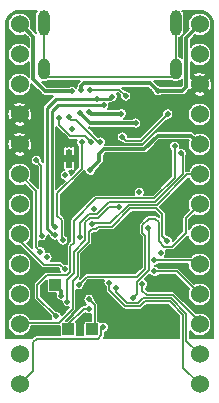
<source format=gbr>
%TF.GenerationSoftware,KiCad,Pcbnew,(5.1.9)-1*%
%TF.CreationDate,2021-05-18T20:38:47+08:00*%
%TF.ProjectId,mikoto,6d696b6f-746f-42e6-9b69-6361645f7063,rev?*%
%TF.SameCoordinates,Original*%
%TF.FileFunction,Copper,L4,Bot*%
%TF.FilePolarity,Positive*%
%FSLAX46Y46*%
G04 Gerber Fmt 4.6, Leading zero omitted, Abs format (unit mm)*
G04 Created by KiCad (PCBNEW (5.1.9)-1) date 2021-05-18 20:38:47*
%MOMM*%
%LPD*%
G01*
G04 APERTURE LIST*
%TA.AperFunction,ComponentPad*%
%ADD10C,0.500000*%
%TD*%
%TA.AperFunction,SMDPad,CuDef*%
%ADD11R,0.500000X1.600000*%
%TD*%
%TA.AperFunction,ComponentPad*%
%ADD12C,1.524000*%
%TD*%
%TA.AperFunction,SMDPad,CuDef*%
%ADD13R,1.000000X1.000000*%
%TD*%
%TA.AperFunction,ComponentPad*%
%ADD14O,1.000000X2.200000*%
%TD*%
%TA.AperFunction,ComponentPad*%
%ADD15O,1.000000X1.800000*%
%TD*%
%TA.AperFunction,ViaPad*%
%ADD16C,0.500000*%
%TD*%
%TA.AperFunction,ViaPad*%
%ADD17C,0.600000*%
%TD*%
%TA.AperFunction,Conductor*%
%ADD18C,0.300000*%
%TD*%
%TA.AperFunction,Conductor*%
%ADD19C,0.150000*%
%TD*%
%TA.AperFunction,Conductor*%
%ADD20C,0.261112*%
%TD*%
%TA.AperFunction,Conductor*%
%ADD21C,0.261100*%
%TD*%
%TA.AperFunction,Conductor*%
%ADD22C,0.100000*%
%TD*%
G04 APERTURE END LIST*
D10*
%TO.P,U3,7*%
%TO.N,GND*%
X-3425000Y3325000D03*
X-3425000Y4425000D03*
D11*
X-3425000Y3875000D03*
%TD*%
D12*
%TO.P,U4,1*%
%TO.N,P0.06*%
X-7620000Y12690000D03*
%TO.P,U4,2*%
%TO.N,P0.08*%
X-7620000Y10150000D03*
%TO.P,U4,3*%
%TO.N,GND*%
X-7620000Y7610000D03*
%TO.P,U4,4*%
X-7620000Y5070000D03*
%TO.P,U4,5*%
%TO.N,P0.17*%
X-7620000Y2530000D03*
%TO.P,U4,6*%
%TO.N,P0.20*%
X-7620000Y-10000D03*
%TO.P,U4,7*%
%TO.N,P0.22*%
X-7620000Y-2550000D03*
%TO.P,U4,8*%
%TO.N,P0.24*%
X-7620000Y-5090000D03*
%TO.P,U4,9*%
%TO.N,P1.00*%
X-7620000Y-7630000D03*
%TO.P,U4,10*%
%TO.N,P0.31*%
X-7620000Y-10170000D03*
%TO.P,U4,11*%
%TO.N,P1.04*%
X-7620000Y-12710000D03*
%TO.P,U4,12*%
%TO.N,P1.06*%
X-7620000Y-15250000D03*
%TO.P,U4,13*%
%TO.N,P0.09*%
X7620000Y-15250000D03*
%TO.P,U4,14*%
%TO.N,P0.10*%
X7620000Y-12710000D03*
%TO.P,U4,15*%
%TO.N,P1.11*%
X7620000Y-10170000D03*
%TO.P,U4,16*%
%TO.N,P1.13*%
X7620000Y-7630000D03*
%TO.P,U4,17*%
%TO.N,P1.15*%
X7620000Y-5090000D03*
%TO.P,U4,18*%
%TO.N,P0.02*%
X7620000Y-2550000D03*
%TO.P,U4,19*%
%TO.N,P0.25*%
X7620000Y-10000D03*
%TO.P,U4,20*%
%TO.N,P0.11*%
X7620000Y2530000D03*
%TO.P,U4,21*%
%TO.N,PPH_VCC*%
X7620000Y5070000D03*
%TO.P,U4,22*%
%TO.N,RESET*%
X7620000Y7610000D03*
%TO.P,U4,23*%
%TO.N,GND*%
X7620000Y10150000D03*
%TO.P,U4,24*%
%TO.N,VBAT*%
X7620000Y12690000D03*
%TD*%
%TO.P,J2,1*%
%TO.N,VBUS*%
X7620000Y15230000D03*
%TD*%
%TO.P,J3,1*%
%TO.N,EXT_5V*%
X-7620000Y15230000D03*
%TD*%
D13*
%TO.P,TP3,1*%
%TO.N,VDD_NRF*%
X-4600000Y-6800000D03*
%TD*%
%TO.P,TP1,1*%
%TO.N,SWC*%
X-1500000Y-10600000D03*
%TD*%
%TO.P,TP2,1*%
%TO.N,SWD*%
X-3500000Y-10600000D03*
%TD*%
D14*
%TO.P,J1,S1*%
%TO.N,Net-(J1-PadS1)*%
X-5575000Y15373200D03*
X5575600Y15373200D03*
D15*
X5575600Y11473200D03*
X-5575000Y11473200D03*
%TD*%
D16*
%TO.N,VDD_NRF*%
X-4100000Y-7725000D03*
X-5300000Y-4500000D03*
X4325000Y-4100000D03*
X-1350000Y-375000D03*
X-3750000Y2450000D03*
X2500000Y1000000D03*
%TO.N,VBUS*%
X4050000Y9625000D03*
X-3150000Y6375000D03*
X-2399700Y9700300D03*
%TO.N,Net-(C15-Pad2)*%
X2000000Y-7900000D03*
X3275000Y-2025000D03*
%TO.N,BAT_VOLT*%
X750000Y-250000D03*
X-3575000Y-8250000D03*
%TO.N,VBAT*%
X-4525000Y-9500000D03*
X5500000Y4925000D03*
X2200000Y6875000D03*
X-2512500Y7687500D03*
%TO.N,Net-(D3-Pad1)*%
X4925000Y7650000D03*
X1075000Y5700000D03*
%TO.N,USB_D+*%
X-4650000Y-2600000D03*
X225000Y9100000D03*
X-1100000Y8932156D03*
%TO.N,USB_D-*%
X-4650000Y-1950000D03*
X-500000Y8400000D03*
%TO.N,Net-(J1-PadB5)*%
X1350000Y9175000D03*
X-1700000Y9700000D03*
%TO.N,SWD*%
X-1750000Y-8850000D03*
%TO.N,SWC*%
X-1750000Y-8050000D03*
%TO.N,RESET*%
X-2500000Y-2750000D03*
X6050000Y4300000D03*
D17*
%TO.N,GND*%
X-1212500Y-4000000D03*
X1212500Y-4000000D03*
X0Y-4000000D03*
X0Y-5212500D03*
X0Y-2787500D03*
X-1212500Y-2787500D03*
X-1212500Y-5212500D03*
X1212500Y-2787500D03*
D16*
X4575000Y10175000D03*
X-4575000Y10175000D03*
X-7620000Y-8900000D03*
D17*
X1212500Y-5212500D03*
D16*
X-7620000Y-6360000D03*
X7620000Y1260000D03*
X7620000Y3800000D03*
X7620000Y6340000D03*
X7620000Y8880000D03*
X-7620000Y8880000D03*
X-7620000Y6340000D03*
X-7620000Y3800000D03*
X-7620000Y1260000D03*
X-7620000Y-1280000D03*
X-7620000Y-3820000D03*
X-7620000Y11420000D03*
X-7620000Y13960000D03*
X7620000Y11420000D03*
X7620000Y13960000D03*
X7620000Y-3820000D03*
X7620000Y-6360000D03*
X7620000Y-8900000D03*
X7620000Y-1280000D03*
X3150000Y-8925000D03*
X-250000Y-9800000D03*
X-1750000Y-9600000D03*
X-5060000Y-7725000D03*
X0Y4100000D03*
X2525000Y-11100000D03*
X-250000Y-11025000D03*
X-5400000Y-10475000D03*
X-1225000Y1250000D03*
X1175000Y8325000D03*
X5225000Y200000D03*
X2275000Y6075000D03*
X4950000Y-1550000D03*
%TO.N,P0.09*%
X-50000Y-6650000D03*
%TO.N,P0.10*%
X500000Y-7050000D03*
%TO.N,P1.11*%
X2775000Y-6750000D03*
%TO.N,P1.13*%
X3775000Y-5675000D03*
%TO.N,P1.15*%
X3775000Y-4725000D03*
%TO.N,P0.31*%
X4875000Y-3100000D03*
%TO.N,P1.06*%
X-525000Y-10400000D03*
%TO.N,P0.11*%
X-1500000Y-1650000D03*
%TO.N,P0.22*%
X-3825000Y-5500000D03*
%TO.N,P0.17*%
X-5875000Y-4025000D03*
%TO.N,P0.06*%
X-3475000Y7350000D03*
X-800000Y5275000D03*
%TO.N,P0.08*%
X-4275000Y7325000D03*
X-1600000Y5250000D03*
%TO.N,PPH_VCC*%
X-1650000Y2875000D03*
%TO.N,PPH_VCC_CTRL*%
X-3975000Y-3025000D03*
X-2375000Y5275000D03*
%TO.N,Net-(D1-Pad2)*%
X-5725000Y-2650000D03*
X-6225000Y3725000D03*
%TO.N,EXT_5V*%
X975000Y7675000D03*
X-1750000Y7850000D03*
X-3200000Y9550000D03*
%TO.N,P0.25*%
X-2600000Y-6800000D03*
%TD*%
D18*
%TO.N,VDD_NRF*%
X-4100000Y-7300000D02*
X-4600000Y-6800000D01*
X-4100000Y-7725000D02*
X-4100000Y-7300000D01*
%TO.N,VBUS*%
X4050000Y9625000D02*
X6150000Y9625000D01*
X6150000Y9625000D02*
X6475000Y9950000D01*
X6475000Y14085000D02*
X7620000Y15230000D01*
X6475000Y9950000D02*
X6475000Y14085000D01*
X3425000Y10250000D02*
X4050000Y9625000D01*
X-2175000Y10250000D02*
X3425000Y10250000D01*
X-2399700Y10025300D02*
X-2175000Y10250000D01*
X-2399700Y9700300D02*
X-2399700Y10025300D01*
D19*
%TO.N,Net-(C15-Pad2)*%
X2300000Y-6575000D02*
X2300000Y-7600000D01*
X2300000Y-7600000D02*
X2000000Y-7900000D01*
X3300000Y-2050000D02*
X3300000Y-5575000D01*
X3275000Y-2025000D02*
X3300000Y-2050000D01*
X3300000Y-5575000D02*
X2300000Y-6575000D01*
%TO.N,BAT_VOLT*%
X-75000Y-250000D02*
X750000Y-250000D01*
X-3575000Y-8250000D02*
X-3575000Y-6375000D01*
X-2050000Y-3025000D02*
X-2050000Y-1500000D01*
X-3575000Y-6375000D02*
X-3025000Y-5825000D01*
X-3025000Y-5825000D02*
X-3025000Y-4000000D01*
X-3025000Y-4000000D02*
X-2050000Y-3025000D01*
X-2050000Y-1500000D02*
X-1675000Y-1125000D01*
X-950000Y-1125000D02*
X-75000Y-250000D01*
X-1675000Y-1125000D02*
X-950000Y-1125000D01*
%TO.N,VBAT*%
X-4525000Y-9500000D02*
X-4550000Y-9475000D01*
X5500000Y2250000D02*
X5500000Y4925000D01*
X3775000Y525000D02*
X5500000Y2250000D01*
X-3062500Y-1387500D02*
X-1150000Y525000D01*
X-1150000Y525000D02*
X3775000Y525000D01*
X-3062500Y-3262500D02*
X-3062500Y-1387500D01*
X-3325000Y-5725000D02*
X-3325000Y-3525000D01*
X-3625000Y-6025000D02*
X-3325000Y-5725000D01*
X-3325000Y-3525000D02*
X-3062500Y-3262500D01*
X-5350000Y-6025000D02*
X-3625000Y-6025000D01*
X-6125000Y-6800000D02*
X-5350000Y-6025000D01*
X-6125000Y-7900000D02*
X-6125000Y-6800000D01*
X-4525000Y-9500000D02*
X-6125000Y-7900000D01*
D18*
X-1700000Y6875000D02*
X-2512500Y7687500D01*
X2200000Y6875000D02*
X-1700000Y6875000D01*
D19*
%TO.N,Net-(D3-Pad1)*%
X1375000Y5400000D02*
X1075000Y5700000D01*
X2675000Y5400000D02*
X1375000Y5400000D01*
X4925000Y7650000D02*
X2675000Y5400000D01*
%TO.N,Net-(J1-PadS1)*%
X-5575000Y15373200D02*
X-5575000Y11473200D01*
X5575600Y15373200D02*
X5575600Y11473200D01*
X5575600Y11125600D02*
X5575600Y11473200D01*
X5200000Y10750000D02*
X5575600Y11125600D01*
X-5200000Y10750000D02*
X5200000Y10750000D01*
X-5575000Y11125000D02*
X-5200000Y10750000D01*
X-5575000Y11473200D02*
X-5575000Y11125000D01*
D20*
%TO.N,USB_D+*%
X-4767844Y-2482156D02*
X-4650000Y-2600000D01*
X-5332156Y-2042844D02*
X-4892844Y-2482156D01*
X-1100000Y8932156D02*
X-4542844Y8932156D01*
D21*
X57156Y8932156D02*
X225000Y9100000D01*
D20*
X-4892844Y-2482156D02*
X-4767844Y-2482156D01*
X-5332156Y8142844D02*
X-5332156Y-2042844D01*
X-4542844Y8932156D02*
X-5332156Y8142844D01*
D21*
X-1100000Y8932156D02*
X57156Y8932156D01*
D20*
%TO.N,USB_D-*%
X-4867844Y7932156D02*
X-4400000Y8400000D01*
X-4867844Y-1728836D02*
X-4867844Y7932156D01*
X-4400000Y8400000D02*
X-500000Y8400000D01*
X-4650000Y-1946680D02*
X-4867844Y-1728836D01*
X-4650000Y-1950000D02*
X-4650000Y-1946680D01*
D19*
%TO.N,Net-(J1-PadB5)*%
X-1700000Y9700000D02*
X825000Y9700000D01*
X825000Y9700000D02*
X1350000Y9175000D01*
%TO.N,SWD*%
X-2200000Y-8850000D02*
X-3500000Y-10150000D01*
X-3500000Y-10150000D02*
X-3500000Y-10600000D01*
X-1750000Y-8850000D02*
X-2200000Y-8850000D01*
%TO.N,SWC*%
X-1250000Y-10350000D02*
X-1500000Y-10600000D01*
X-1250000Y-8550000D02*
X-1250000Y-10350000D01*
X-1750000Y-8050000D02*
X-1250000Y-8550000D01*
%TO.N,RESET*%
X6200000Y4150000D02*
X6050000Y4300000D01*
X6200000Y2550000D02*
X6200000Y4150000D01*
X-25000Y225000D02*
X3875000Y225000D01*
X3875000Y225000D02*
X6200000Y2550000D01*
X-1775000Y-825000D02*
X-1075000Y-825000D01*
X-1075000Y-825000D02*
X-25000Y225000D01*
X-2500000Y-1550000D02*
X-1775000Y-825000D01*
X-2500000Y-2750000D02*
X-2500000Y-1550000D01*
%TO.N,P0.09*%
X6200000Y-9350000D02*
X6200000Y-13830000D01*
X5075000Y-8225000D02*
X6200000Y-9350000D01*
X2550000Y-8625000D02*
X2950000Y-8225000D01*
X1325000Y-8625000D02*
X2550000Y-8625000D01*
X2950000Y-8225000D02*
X5075000Y-8225000D01*
X-50000Y-7250000D02*
X1325000Y-8625000D01*
X6200000Y-13830000D02*
X7620000Y-15250000D01*
X-50000Y-6650000D02*
X-50000Y-7250000D01*
%TO.N,P0.10*%
X6500000Y-9250000D02*
X6500000Y-11590000D01*
X5200000Y-7950000D02*
X6500000Y-9250000D01*
X2425000Y-8350000D02*
X2825000Y-7950000D01*
X2825000Y-7950000D02*
X5200000Y-7950000D01*
X1450000Y-8350000D02*
X2425000Y-8350000D01*
X6500000Y-11590000D02*
X7620000Y-12710000D01*
X500000Y-7400000D02*
X1450000Y-8350000D01*
X500000Y-7050000D02*
X500000Y-7400000D01*
%TO.N,P1.11*%
X7620000Y-9970000D02*
X7620000Y-10170000D01*
X3150000Y-7675000D02*
X5325000Y-7675000D01*
X2775000Y-7300000D02*
X3150000Y-7675000D01*
X2775000Y-6750000D02*
X2775000Y-7300000D01*
X5325000Y-7675000D02*
X7620000Y-9970000D01*
%TO.N,P1.13*%
X5665000Y-5675000D02*
X7620000Y-7630000D01*
X3775000Y-5675000D02*
X5665000Y-5675000D01*
%TO.N,P1.15*%
X7255000Y-4725000D02*
X7620000Y-5090000D01*
X3775000Y-4725000D02*
X7255000Y-4725000D01*
%TO.N,P0.31*%
X-7475000Y-10025000D02*
X-7620000Y-10170000D01*
X-4300000Y-10025000D02*
X-7475000Y-10025000D01*
X-3125000Y-6475000D02*
X-3125000Y-8850000D01*
X4875000Y-3100000D02*
X4450000Y-2675000D01*
X-3125000Y-8850000D02*
X-4300000Y-10025000D01*
X4450000Y-2675000D02*
X4450000Y-850000D01*
X-975000Y-1900000D02*
X-1175000Y-2100000D01*
X-1775000Y-2350000D02*
X-1775000Y-3175000D01*
X3950000Y-350000D02*
X1750000Y-350000D01*
X1750000Y-350000D02*
X200000Y-1900000D01*
X200000Y-1900000D02*
X-975000Y-1900000D01*
X4450000Y-850000D02*
X3950000Y-350000D01*
X-1175000Y-2100000D02*
X-1525000Y-2100000D01*
X-2725000Y-6075000D02*
X-3125000Y-6475000D01*
X-1525000Y-2100000D02*
X-1775000Y-2350000D01*
X-1775000Y-3175000D02*
X-2725000Y-4125000D01*
X-2725000Y-4125000D02*
X-2725000Y-6075000D01*
%TO.N,P1.06*%
X-6475000Y-14105000D02*
X-7620000Y-15250000D01*
X-6475000Y-11675000D02*
X-6475000Y-14105000D01*
X-6175000Y-11375000D02*
X-6475000Y-11675000D01*
X-975000Y-11375000D02*
X-6175000Y-11375000D01*
X-700000Y-11100000D02*
X-975000Y-11375000D01*
X-700000Y-10575000D02*
X-700000Y-11100000D01*
X-525000Y-10400000D02*
X-700000Y-10575000D01*
%TO.N,P0.11*%
X6580000Y2530000D02*
X7620000Y2530000D01*
X4000000Y-50000D02*
X6580000Y2530000D01*
X50000Y-1625000D02*
X1625000Y-50000D01*
X-1475000Y-1625000D02*
X50000Y-1625000D01*
X1625000Y-50000D02*
X4000000Y-50000D01*
X-1500000Y-1650000D02*
X-1475000Y-1625000D01*
%TO.N,P0.22*%
X-7620000Y-3080000D02*
X-7620000Y-2550000D01*
X-5600000Y-5100000D02*
X-7620000Y-3080000D01*
X-4225000Y-5100000D02*
X-5600000Y-5100000D01*
X-3825000Y-5500000D02*
X-4225000Y-5100000D01*
%TO.N,P0.17*%
X-6250000Y1160000D02*
X-7620000Y2530000D01*
X-6250000Y-3650000D02*
X-6250000Y1160000D01*
X-5875000Y-4025000D02*
X-6250000Y-3650000D01*
%TO.N,P0.06*%
X-3250000Y7125000D02*
X-3475000Y7350000D01*
X-975000Y5275000D02*
X-2825000Y7125000D01*
X-2825000Y7125000D02*
X-3250000Y7125000D01*
X-800000Y5275000D02*
X-975000Y5275000D01*
%TO.N,P0.08*%
X-4275000Y6705000D02*
X-3345000Y5775000D01*
X-4275000Y7325000D02*
X-4275000Y6705000D01*
X-2125000Y5775000D02*
X-2325000Y5775000D01*
X-1600000Y5250000D02*
X-2125000Y5775000D01*
X-3345000Y5775000D02*
X-2325000Y5775000D01*
D18*
%TO.N,PPH_VCC*%
X7620000Y5070000D02*
X6890000Y5800000D01*
X6890000Y5800000D02*
X4050000Y5800000D01*
X4050000Y5800000D02*
X2925000Y4675000D01*
X2925000Y4675000D02*
X-475000Y4675000D01*
X-475000Y4675000D02*
X-875000Y4275000D01*
X-875000Y3650000D02*
X-1650000Y2875000D01*
X-875000Y4275000D02*
X-875000Y3650000D01*
D19*
%TO.N,PPH_VCC_CTRL*%
X-4075000Y-1325000D02*
X-4075000Y-2925000D01*
X-2375000Y3000000D02*
X-4425000Y950000D01*
X-4425000Y950000D02*
X-4425000Y-975000D01*
X-4075000Y-2925000D02*
X-3975000Y-3025000D01*
X-4425000Y-975000D02*
X-4075000Y-1325000D01*
X-2375000Y5275000D02*
X-2375000Y3000000D01*
%TO.N,Net-(D1-Pad2)*%
X-5775000Y-2600000D02*
X-5725000Y-2650000D01*
X-5775000Y3275000D02*
X-5775000Y-2600000D01*
X-6225000Y3725000D02*
X-5775000Y3275000D01*
D18*
%TO.N,EXT_5V*%
X-1575000Y7675000D02*
X-1750000Y7850000D01*
X975000Y7675000D02*
X-1575000Y7675000D01*
X-7505000Y15230000D02*
X-7620000Y15230000D01*
X-6475000Y10575000D02*
X-6475000Y14200000D01*
X-3200000Y9550000D02*
X-5450000Y9550000D01*
X-5450000Y9550000D02*
X-6475000Y10575000D01*
X-6475000Y14200000D02*
X-7505000Y15230000D01*
D19*
%TO.N,P0.25*%
X6450000Y-2425000D02*
X6450000Y-1180000D01*
X4625000Y-3575000D02*
X5300000Y-3575000D01*
X-2600000Y-6800000D02*
X-1950000Y-6150000D01*
X3000000Y-2650000D02*
X2750000Y-2400000D01*
X3000000Y-5450000D02*
X3000000Y-2650000D01*
X-1950000Y-6150000D02*
X2300000Y-6150000D01*
X2750000Y-2400000D02*
X2750000Y-1775000D01*
X2750000Y-1775000D02*
X3300000Y-1225000D01*
X3875000Y-1225000D02*
X4175000Y-1525000D01*
X3300000Y-1225000D02*
X3875000Y-1225000D01*
X6450000Y-1180000D02*
X7620000Y-10000D01*
X4175000Y-1525000D02*
X4175000Y-3125000D01*
X2300000Y-6150000D02*
X3000000Y-5450000D01*
X4175000Y-3125000D02*
X4625000Y-3575000D01*
X5300000Y-3575000D02*
X6450000Y-2425000D01*
%TD*%
%TO.N,GND*%
X7843137Y16376922D02*
X8057775Y16312119D01*
X8255739Y16206860D01*
X8429485Y16065156D01*
X8572399Y15892402D01*
X8679036Y15695181D01*
X8745338Y15480994D01*
X8770000Y15246352D01*
X8770001Y2076367D01*
X8766441Y2064632D01*
X8765000Y2050000D01*
X8765000Y-2050000D01*
X8766441Y-2064632D01*
X8770000Y-2076364D01*
X8770001Y-11325000D01*
X6800000Y-11325000D01*
X6800000Y-10719337D01*
X6853347Y-10799176D01*
X6990824Y-10936653D01*
X7152480Y-11044668D01*
X7332103Y-11119070D01*
X7522789Y-11157000D01*
X7717211Y-11157000D01*
X7907897Y-11119070D01*
X8087520Y-11044668D01*
X8249176Y-10936653D01*
X8386653Y-10799176D01*
X8494668Y-10637520D01*
X8569070Y-10457897D01*
X8607000Y-10267211D01*
X8607000Y-10072789D01*
X8569070Y-9882103D01*
X8494668Y-9702480D01*
X8386653Y-9540824D01*
X8249176Y-9403347D01*
X8087520Y-9295332D01*
X7907897Y-9220930D01*
X7717211Y-9183000D01*
X7522789Y-9183000D01*
X7332103Y-9220930D01*
X7306004Y-9231740D01*
X5547553Y-7473290D01*
X5538158Y-7461842D01*
X5492477Y-7424353D01*
X5440360Y-7396496D01*
X5383810Y-7379341D01*
X5339733Y-7375000D01*
X5339723Y-7375000D01*
X5325000Y-7373550D01*
X5310277Y-7375000D01*
X3274264Y-7375000D01*
X3075000Y-7175737D01*
X3075000Y-7120824D01*
X3077795Y-7118956D01*
X3143956Y-7052795D01*
X3195939Y-6974997D01*
X3231746Y-6888552D01*
X3250000Y-6796783D01*
X3250000Y-6703217D01*
X3231746Y-6611448D01*
X3195939Y-6525003D01*
X3143956Y-6447205D01*
X3077795Y-6381044D01*
X2999997Y-6329061D01*
X2978929Y-6320334D01*
X3372168Y-5927096D01*
X3406044Y-5977795D01*
X3472205Y-6043956D01*
X3550003Y-6095939D01*
X3636448Y-6131746D01*
X3728217Y-6150000D01*
X3821783Y-6150000D01*
X3913552Y-6131746D01*
X3999997Y-6095939D01*
X4077795Y-6043956D01*
X4143956Y-5977795D01*
X4145824Y-5975000D01*
X5540737Y-5975000D01*
X6740319Y-7174583D01*
X6670930Y-7342103D01*
X6633000Y-7532789D01*
X6633000Y-7727211D01*
X6670930Y-7917897D01*
X6745332Y-8097520D01*
X6853347Y-8259176D01*
X6990824Y-8396653D01*
X7152480Y-8504668D01*
X7332103Y-8579070D01*
X7522789Y-8617000D01*
X7717211Y-8617000D01*
X7907897Y-8579070D01*
X8087520Y-8504668D01*
X8249176Y-8396653D01*
X8386653Y-8259176D01*
X8494668Y-8097520D01*
X8569070Y-7917897D01*
X8607000Y-7727211D01*
X8607000Y-7532789D01*
X8569070Y-7342103D01*
X8494668Y-7162480D01*
X8386653Y-7000824D01*
X8249176Y-6863347D01*
X8087520Y-6755332D01*
X7907897Y-6680930D01*
X7717211Y-6643000D01*
X7522789Y-6643000D01*
X7332103Y-6680930D01*
X7164583Y-6750319D01*
X5887553Y-5473290D01*
X5878158Y-5461842D01*
X5832477Y-5424353D01*
X5780360Y-5396496D01*
X5723810Y-5379341D01*
X5679733Y-5375000D01*
X5679723Y-5375000D01*
X5665000Y-5373550D01*
X5650277Y-5375000D01*
X4145824Y-5375000D01*
X4143956Y-5372205D01*
X4077795Y-5306044D01*
X3999997Y-5254061D01*
X3913552Y-5218254D01*
X3821783Y-5200000D01*
X3913552Y-5181746D01*
X3999997Y-5145939D01*
X4077795Y-5093956D01*
X4143956Y-5027795D01*
X4145824Y-5025000D01*
X6633000Y-5025000D01*
X6633000Y-5187211D01*
X6670930Y-5377897D01*
X6745332Y-5557520D01*
X6853347Y-5719176D01*
X6990824Y-5856653D01*
X7152480Y-5964668D01*
X7332103Y-6039070D01*
X7522789Y-6077000D01*
X7717211Y-6077000D01*
X7907897Y-6039070D01*
X8087520Y-5964668D01*
X8249176Y-5856653D01*
X8386653Y-5719176D01*
X8494668Y-5557520D01*
X8569070Y-5377897D01*
X8607000Y-5187211D01*
X8607000Y-4992789D01*
X8569070Y-4802103D01*
X8494668Y-4622480D01*
X8386653Y-4460824D01*
X8249176Y-4323347D01*
X8087520Y-4215332D01*
X7907897Y-4140930D01*
X7717211Y-4103000D01*
X7522789Y-4103000D01*
X7332103Y-4140930D01*
X7152480Y-4215332D01*
X6990824Y-4323347D01*
X6889171Y-4425000D01*
X4671751Y-4425000D01*
X4693956Y-4402795D01*
X4745939Y-4324997D01*
X4781746Y-4238552D01*
X4800000Y-4146783D01*
X4800000Y-4053217D01*
X4781746Y-3961448D01*
X4745939Y-3875003D01*
X4745937Y-3875000D01*
X5285277Y-3875000D01*
X5300000Y-3876450D01*
X5314723Y-3875000D01*
X5314733Y-3875000D01*
X5358810Y-3870659D01*
X5415360Y-3853504D01*
X5467477Y-3825647D01*
X5513158Y-3788158D01*
X5522553Y-3776710D01*
X6636161Y-2663103D01*
X6670930Y-2837897D01*
X6745332Y-3017520D01*
X6853347Y-3179176D01*
X6990824Y-3316653D01*
X7152480Y-3424668D01*
X7332103Y-3499070D01*
X7522789Y-3537000D01*
X7717211Y-3537000D01*
X7907897Y-3499070D01*
X8087520Y-3424668D01*
X8249176Y-3316653D01*
X8386653Y-3179176D01*
X8494668Y-3017520D01*
X8569070Y-2837897D01*
X8607000Y-2647211D01*
X8607000Y-2452789D01*
X8569070Y-2262103D01*
X8494668Y-2082480D01*
X8386653Y-1920824D01*
X8249176Y-1783347D01*
X8087520Y-1675332D01*
X7907897Y-1600930D01*
X7717211Y-1563000D01*
X7522789Y-1563000D01*
X7332103Y-1600930D01*
X7152480Y-1675332D01*
X6990824Y-1783347D01*
X6853347Y-1920824D01*
X6750000Y-2075494D01*
X6750000Y-1304263D01*
X7164582Y-889681D01*
X7332103Y-959070D01*
X7522789Y-997000D01*
X7717211Y-997000D01*
X7907897Y-959070D01*
X8087520Y-884668D01*
X8249176Y-776653D01*
X8386653Y-639176D01*
X8494668Y-477520D01*
X8569070Y-297897D01*
X8607000Y-107211D01*
X8607000Y87211D01*
X8569070Y277897D01*
X8494668Y457520D01*
X8386653Y619176D01*
X8249176Y756653D01*
X8087520Y864668D01*
X7907897Y939070D01*
X7717211Y977000D01*
X7522789Y977000D01*
X7332103Y939070D01*
X7152480Y864668D01*
X6990824Y756653D01*
X6853347Y619176D01*
X6745332Y457520D01*
X6670930Y277897D01*
X6633000Y87211D01*
X6633000Y-107211D01*
X6670930Y-297897D01*
X6740319Y-465418D01*
X6248285Y-957452D01*
X6236843Y-966842D01*
X6227452Y-978285D01*
X6227451Y-978286D01*
X6199353Y-1012523D01*
X6171497Y-1064640D01*
X6154342Y-1121190D01*
X6148550Y-1180000D01*
X6150001Y-1194733D01*
X6150000Y-2300736D01*
X5350000Y-3100737D01*
X5350000Y-3053217D01*
X5331746Y-2961448D01*
X5295939Y-2875003D01*
X5243956Y-2797205D01*
X5177795Y-2731044D01*
X5099997Y-2679061D01*
X5013552Y-2643254D01*
X4921783Y-2625000D01*
X4828217Y-2625000D01*
X4824920Y-2625656D01*
X4750000Y-2550737D01*
X4750000Y-864730D01*
X4751451Y-850000D01*
X4749416Y-829341D01*
X4745659Y-791190D01*
X4728504Y-734640D01*
X4728504Y-734639D01*
X4700647Y-682522D01*
X4672549Y-648285D01*
X4663158Y-636842D01*
X4651715Y-627451D01*
X4249263Y-225000D01*
X6684238Y2209974D01*
X6745332Y2062480D01*
X6853347Y1900824D01*
X6990824Y1763347D01*
X7152480Y1655332D01*
X7332103Y1580930D01*
X7522789Y1543000D01*
X7717211Y1543000D01*
X7907897Y1580930D01*
X8087520Y1655332D01*
X8249176Y1763347D01*
X8386653Y1900824D01*
X8494668Y2062480D01*
X8569070Y2242103D01*
X8607000Y2432789D01*
X8607000Y2627211D01*
X8569070Y2817897D01*
X8494668Y2997520D01*
X8386653Y3159176D01*
X8249176Y3296653D01*
X8087520Y3404668D01*
X7907897Y3479070D01*
X7717211Y3517000D01*
X7522789Y3517000D01*
X7332103Y3479070D01*
X7152480Y3404668D01*
X6990824Y3296653D01*
X6853347Y3159176D01*
X6745332Y2997520D01*
X6675943Y2830000D01*
X6594723Y2830000D01*
X6580000Y2831450D01*
X6565277Y2830000D01*
X6565267Y2830000D01*
X6521190Y2825659D01*
X6500000Y2819231D01*
X6500000Y4135278D01*
X6501277Y4148245D01*
X6506746Y4161448D01*
X6525000Y4253217D01*
X6525000Y4346783D01*
X6506746Y4438552D01*
X6470939Y4524997D01*
X6418956Y4602795D01*
X6352795Y4668956D01*
X6274997Y4720939D01*
X6188552Y4756746D01*
X6096783Y4775000D01*
X6003217Y4775000D01*
X5947406Y4763898D01*
X5956746Y4786448D01*
X5975000Y4878217D01*
X5975000Y4971783D01*
X5956746Y5063552D01*
X5920939Y5149997D01*
X5868956Y5227795D01*
X5802795Y5293956D01*
X5724997Y5345939D01*
X5638552Y5381746D01*
X5546783Y5400000D01*
X5453217Y5400000D01*
X5361448Y5381746D01*
X5275003Y5345939D01*
X5197205Y5293956D01*
X5131044Y5227795D01*
X5079061Y5149997D01*
X5043254Y5063552D01*
X5025000Y4971783D01*
X5025000Y4878217D01*
X5043254Y4786448D01*
X5079061Y4700003D01*
X5131044Y4622205D01*
X5197205Y4556044D01*
X5200001Y4554176D01*
X5200000Y2374264D01*
X3650737Y825000D01*
X2941649Y825000D01*
X2956746Y861448D01*
X2975000Y953217D01*
X2975000Y1046783D01*
X2956746Y1138552D01*
X2920939Y1224997D01*
X2868956Y1302795D01*
X2802795Y1368956D01*
X2724997Y1420939D01*
X2638552Y1456746D01*
X2546783Y1475000D01*
X2453217Y1475000D01*
X2361448Y1456746D01*
X2275003Y1420939D01*
X2197205Y1368956D01*
X2131044Y1302795D01*
X2079061Y1224997D01*
X2043254Y1138552D01*
X2025000Y1046783D01*
X2025000Y953217D01*
X2043254Y861448D01*
X2058351Y825000D01*
X-1135278Y825000D01*
X-1150001Y826450D01*
X-1164724Y825000D01*
X-1164733Y825000D01*
X-1208810Y820659D01*
X-1265360Y803504D01*
X-1277934Y796783D01*
X-1317478Y775647D01*
X-1340622Y756653D01*
X-1363158Y738158D01*
X-1372549Y726715D01*
X-3264215Y-1164951D01*
X-3275657Y-1174342D01*
X-3285048Y-1185785D01*
X-3285049Y-1185786D01*
X-3313147Y-1220023D01*
X-3341003Y-1272140D01*
X-3358158Y-1328690D01*
X-3363950Y-1387500D01*
X-3362499Y-1402233D01*
X-3362500Y-3138236D01*
X-3526715Y-3302452D01*
X-3538157Y-3311842D01*
X-3547548Y-3323285D01*
X-3547549Y-3323286D01*
X-3575647Y-3357523D01*
X-3603503Y-3409640D01*
X-3620658Y-3466190D01*
X-3626450Y-3525000D01*
X-3624999Y-3539733D01*
X-3625000Y-5068707D01*
X-3686448Y-5043254D01*
X-3778217Y-5025000D01*
X-3871783Y-5025000D01*
X-3875081Y-5025656D01*
X-4002447Y-4898290D01*
X-4011842Y-4886842D01*
X-4057523Y-4849353D01*
X-4109640Y-4821496D01*
X-4166190Y-4804341D01*
X-4210267Y-4800000D01*
X-4210277Y-4800000D01*
X-4225000Y-4798550D01*
X-4239723Y-4800000D01*
X-4929176Y-4800000D01*
X-4879061Y-4724997D01*
X-4843254Y-4638552D01*
X-4825000Y-4546783D01*
X-4825000Y-4453217D01*
X-4843254Y-4361448D01*
X-4879061Y-4275003D01*
X-4931044Y-4197205D01*
X-4997205Y-4131044D01*
X-5075003Y-4079061D01*
X-5161448Y-4043254D01*
X-5253217Y-4025000D01*
X-5346783Y-4025000D01*
X-5400000Y-4035586D01*
X-5400000Y-3978217D01*
X-5418254Y-3886448D01*
X-5454061Y-3800003D01*
X-5506044Y-3722205D01*
X-5572205Y-3656044D01*
X-5650003Y-3604061D01*
X-5736448Y-3568254D01*
X-5828217Y-3550000D01*
X-5921783Y-3550000D01*
X-5925081Y-3550656D01*
X-5950000Y-3525737D01*
X-5950000Y-3070937D01*
X-5949997Y-3070939D01*
X-5863552Y-3106746D01*
X-5771783Y-3125000D01*
X-5678217Y-3125000D01*
X-5586448Y-3106746D01*
X-5500003Y-3070939D01*
X-5422205Y-3018956D01*
X-5356044Y-2952795D01*
X-5304061Y-2874997D01*
X-5268254Y-2788552D01*
X-5250000Y-2696783D01*
X-5250000Y-2627832D01*
X-5156609Y-2721223D01*
X-5145476Y-2734788D01*
X-5091336Y-2779220D01*
X-5089492Y-2780205D01*
X-5070939Y-2824997D01*
X-5018956Y-2902795D01*
X-4952795Y-2968956D01*
X-4874997Y-3020939D01*
X-4788552Y-3056746D01*
X-4696783Y-3075000D01*
X-4603217Y-3075000D01*
X-4511448Y-3056746D01*
X-4450000Y-3031293D01*
X-4450000Y-3071783D01*
X-4431746Y-3163552D01*
X-4395939Y-3249997D01*
X-4343956Y-3327795D01*
X-4277795Y-3393956D01*
X-4199997Y-3445939D01*
X-4113552Y-3481746D01*
X-4021783Y-3500000D01*
X-3928217Y-3500000D01*
X-3836448Y-3481746D01*
X-3750003Y-3445939D01*
X-3672205Y-3393956D01*
X-3606044Y-3327795D01*
X-3554061Y-3249997D01*
X-3518254Y-3163552D01*
X-3500000Y-3071783D01*
X-3500000Y-2978217D01*
X-3518254Y-2886448D01*
X-3554061Y-2800003D01*
X-3606044Y-2722205D01*
X-3672205Y-2656044D01*
X-3750003Y-2604061D01*
X-3775000Y-2593707D01*
X-3775000Y-1339730D01*
X-3773549Y-1325000D01*
X-3775000Y-1310267D01*
X-3779341Y-1266190D01*
X-3795582Y-1212652D01*
X-3796496Y-1209639D01*
X-3824353Y-1157522D01*
X-3852450Y-1123285D01*
X-3852456Y-1123279D01*
X-3861842Y-1111842D01*
X-3873278Y-1102457D01*
X-4125000Y-850736D01*
X-4125000Y825737D01*
X-2173285Y2777451D01*
X-2161842Y2786842D01*
X-2144065Y2808503D01*
X-2125000Y2831734D01*
X-2125000Y2828217D01*
X-2106746Y2736448D01*
X-2070939Y2650003D01*
X-2018956Y2572205D01*
X-1952795Y2506044D01*
X-1874997Y2454061D01*
X-1788552Y2418254D01*
X-1696783Y2400000D01*
X-1603217Y2400000D01*
X-1511448Y2418254D01*
X-1425003Y2454061D01*
X-1347205Y2506044D01*
X-1281044Y2572205D01*
X-1229061Y2650003D01*
X-1193254Y2736448D01*
X-1177122Y2817549D01*
X-622861Y3371809D01*
X-608552Y3383552D01*
X-588577Y3407892D01*
X-561690Y3440653D01*
X-526870Y3505799D01*
X-526869Y3505800D01*
X-505426Y3576487D01*
X-500000Y3631581D01*
X-500000Y3631584D01*
X-498186Y3650000D01*
X-500000Y3668416D01*
X-500000Y4119671D01*
X-319670Y4300000D01*
X2906584Y4300000D01*
X2925000Y4298186D01*
X2943416Y4300000D01*
X2943419Y4300000D01*
X2998513Y4305426D01*
X3069200Y4326869D01*
X3134347Y4361691D01*
X3191448Y4408552D01*
X3203195Y4422866D01*
X4205331Y5425000D01*
X6698725Y5425000D01*
X6670930Y5357897D01*
X6633000Y5167211D01*
X6633000Y4972789D01*
X6670930Y4782103D01*
X6745332Y4602480D01*
X6853347Y4440824D01*
X6990824Y4303347D01*
X7152480Y4195332D01*
X7332103Y4120930D01*
X7522789Y4083000D01*
X7717211Y4083000D01*
X7907897Y4120930D01*
X8087520Y4195332D01*
X8249176Y4303347D01*
X8386653Y4440824D01*
X8494668Y4602480D01*
X8569070Y4782103D01*
X8607000Y4972789D01*
X8607000Y5167211D01*
X8569070Y5357897D01*
X8494668Y5537520D01*
X8386653Y5699176D01*
X8249176Y5836653D01*
X8087520Y5944668D01*
X7907897Y6019070D01*
X7717211Y6057000D01*
X7522789Y6057000D01*
X7332103Y6019070D01*
X7239582Y5980747D01*
X7168195Y6052134D01*
X7156448Y6066448D01*
X7099347Y6113309D01*
X7034200Y6148131D01*
X6963513Y6169574D01*
X6908419Y6175000D01*
X6908416Y6175000D01*
X6890000Y6176814D01*
X6871584Y6175000D01*
X4068415Y6175000D01*
X4049999Y6176814D01*
X4031583Y6175000D01*
X4031581Y6175000D01*
X3976487Y6169574D01*
X3905800Y6148131D01*
X3905798Y6148130D01*
X3840653Y6113309D01*
X3797858Y6078189D01*
X3797855Y6078186D01*
X3783552Y6066448D01*
X3771814Y6052145D01*
X2769671Y5050000D01*
X-379063Y5050000D01*
X-379061Y5050003D01*
X-343254Y5136448D01*
X-325000Y5228217D01*
X-325000Y5321783D01*
X-343254Y5413552D01*
X-379061Y5499997D01*
X-431044Y5577795D01*
X-497205Y5643956D01*
X-575003Y5695939D01*
X-661448Y5731746D01*
X-737044Y5746783D01*
X600000Y5746783D01*
X600000Y5653217D01*
X618254Y5561448D01*
X654061Y5475003D01*
X706044Y5397205D01*
X772205Y5331044D01*
X850003Y5279061D01*
X936448Y5243254D01*
X1028217Y5225000D01*
X1121783Y5225000D01*
X1125080Y5225656D01*
X1152451Y5198285D01*
X1161842Y5186842D01*
X1173285Y5177451D01*
X1207522Y5149353D01*
X1228467Y5138158D01*
X1259640Y5121496D01*
X1316190Y5104341D01*
X1360267Y5100000D01*
X1360276Y5100000D01*
X1374999Y5098550D01*
X1389722Y5100000D01*
X2660277Y5100000D01*
X2675000Y5098550D01*
X2689723Y5100000D01*
X2689733Y5100000D01*
X2733810Y5104341D01*
X2790360Y5121496D01*
X2842477Y5149353D01*
X2888158Y5186842D01*
X2897553Y5198290D01*
X4874920Y7175656D01*
X4878217Y7175000D01*
X4971783Y7175000D01*
X5063552Y7193254D01*
X5149997Y7229061D01*
X5227795Y7281044D01*
X5293956Y7347205D01*
X5345939Y7425003D01*
X5381746Y7511448D01*
X5400000Y7603217D01*
X5400000Y7696783D01*
X5397926Y7707211D01*
X6633000Y7707211D01*
X6633000Y7512789D01*
X6670930Y7322103D01*
X6745332Y7142480D01*
X6853347Y6980824D01*
X6990824Y6843347D01*
X7152480Y6735332D01*
X7332103Y6660930D01*
X7522789Y6623000D01*
X7717211Y6623000D01*
X7907897Y6660930D01*
X8087520Y6735332D01*
X8249176Y6843347D01*
X8386653Y6980824D01*
X8494668Y7142480D01*
X8569070Y7322103D01*
X8607000Y7512789D01*
X8607000Y7707211D01*
X8569070Y7897897D01*
X8494668Y8077520D01*
X8386653Y8239176D01*
X8249176Y8376653D01*
X8087520Y8484668D01*
X7907897Y8559070D01*
X7717211Y8597000D01*
X7522789Y8597000D01*
X7332103Y8559070D01*
X7152480Y8484668D01*
X6990824Y8376653D01*
X6853347Y8239176D01*
X6745332Y8077520D01*
X6670930Y7897897D01*
X6633000Y7707211D01*
X5397926Y7707211D01*
X5381746Y7788552D01*
X5345939Y7874997D01*
X5293956Y7952795D01*
X5227795Y8018956D01*
X5149997Y8070939D01*
X5063552Y8106746D01*
X4971783Y8125000D01*
X4878217Y8125000D01*
X4786448Y8106746D01*
X4700003Y8070939D01*
X4622205Y8018956D01*
X4556044Y7952795D01*
X4504061Y7874997D01*
X4468254Y7788552D01*
X4450000Y7696783D01*
X4450000Y7603217D01*
X4450656Y7599920D01*
X2550737Y5700000D01*
X1550000Y5700000D01*
X1550000Y5746783D01*
X1531746Y5838552D01*
X1495939Y5924997D01*
X1443956Y6002795D01*
X1377795Y6068956D01*
X1299997Y6120939D01*
X1213552Y6156746D01*
X1121783Y6175000D01*
X1028217Y6175000D01*
X936448Y6156746D01*
X850003Y6120939D01*
X772205Y6068956D01*
X706044Y6002795D01*
X654061Y5924997D01*
X618254Y5838552D01*
X600000Y5746783D01*
X-737044Y5746783D01*
X-753217Y5750000D01*
X-846783Y5750000D01*
X-938552Y5731746D01*
X-987293Y5711557D01*
X-1784494Y6508757D01*
X-1773513Y6505426D01*
X-1718419Y6500000D01*
X-1718416Y6500000D01*
X-1700000Y6498186D01*
X-1681584Y6500000D01*
X1906250Y6500000D01*
X1975003Y6454061D01*
X2061448Y6418254D01*
X2153217Y6400000D01*
X2246783Y6400000D01*
X2338552Y6418254D01*
X2424997Y6454061D01*
X2502795Y6506044D01*
X2568956Y6572205D01*
X2620939Y6650003D01*
X2656746Y6736448D01*
X2675000Y6828217D01*
X2675000Y6921783D01*
X2656746Y7013552D01*
X2620939Y7099997D01*
X2568956Y7177795D01*
X2502795Y7243956D01*
X2424997Y7295939D01*
X2338552Y7331746D01*
X2246783Y7350000D01*
X2153217Y7350000D01*
X2061448Y7331746D01*
X1975003Y7295939D01*
X1906250Y7250000D01*
X1190193Y7250000D01*
X1199997Y7254061D01*
X1277795Y7306044D01*
X1343956Y7372205D01*
X1395939Y7450003D01*
X1431746Y7536448D01*
X1450000Y7628217D01*
X1450000Y7721783D01*
X1431746Y7813552D01*
X1395939Y7899997D01*
X1343956Y7977795D01*
X1277795Y8043956D01*
X1199997Y8095939D01*
X1113552Y8131746D01*
X1021783Y8150000D01*
X928217Y8150000D01*
X836448Y8131746D01*
X750003Y8095939D01*
X681250Y8050000D01*
X-178249Y8050000D01*
X-131044Y8097205D01*
X-79061Y8175003D01*
X-43254Y8261448D01*
X-25000Y8353217D01*
X-25000Y8446783D01*
X-43254Y8538552D01*
X-59017Y8576606D01*
X39701Y8576606D01*
X57156Y8574887D01*
X74611Y8576606D01*
X74619Y8576606D01*
X126856Y8581751D01*
X193877Y8602082D01*
X236754Y8625000D01*
X271783Y8625000D01*
X363552Y8643254D01*
X449997Y8679061D01*
X527795Y8731044D01*
X593956Y8797205D01*
X645939Y8875003D01*
X681746Y8961448D01*
X700000Y9053217D01*
X700000Y9146783D01*
X681746Y9238552D01*
X645939Y9324997D01*
X595824Y9400000D01*
X700737Y9400000D01*
X875656Y9225081D01*
X875000Y9221783D01*
X875000Y9128217D01*
X893254Y9036448D01*
X929061Y8950003D01*
X981044Y8872205D01*
X1047205Y8806044D01*
X1125003Y8754061D01*
X1211448Y8718254D01*
X1303217Y8700000D01*
X1396783Y8700000D01*
X1488552Y8718254D01*
X1574997Y8754061D01*
X1652795Y8806044D01*
X1718956Y8872205D01*
X1770939Y8950003D01*
X1806746Y9036448D01*
X1825000Y9128217D01*
X1825000Y9221783D01*
X1806746Y9313552D01*
X1770939Y9399997D01*
X1718956Y9477795D01*
X1652795Y9543956D01*
X1574997Y9595939D01*
X1488552Y9631746D01*
X1396783Y9650000D01*
X1303217Y9650000D01*
X1299919Y9649344D01*
X1074263Y9875000D01*
X3269671Y9875000D01*
X3577122Y9567548D01*
X3593254Y9486448D01*
X3629061Y9400003D01*
X3681044Y9322205D01*
X3747205Y9256044D01*
X3825003Y9204061D01*
X3911448Y9168254D01*
X4003217Y9150000D01*
X4096783Y9150000D01*
X4188552Y9168254D01*
X4274997Y9204061D01*
X4343750Y9250000D01*
X6131584Y9250000D01*
X6150000Y9248186D01*
X6168416Y9250000D01*
X6168419Y9250000D01*
X6223513Y9255426D01*
X6294200Y9276869D01*
X6359347Y9311691D01*
X6402326Y9346963D01*
X7070107Y9346963D01*
X7161436Y9214308D01*
X7352792Y9142825D01*
X7554417Y9110047D01*
X7758562Y9117235D01*
X7957382Y9164112D01*
X8078564Y9214308D01*
X8169893Y9346963D01*
X7620000Y9896856D01*
X7070107Y9346963D01*
X6402326Y9346963D01*
X6416448Y9358552D01*
X6428195Y9372866D01*
X6721299Y9665969D01*
X6816963Y9600107D01*
X7366856Y10150000D01*
X7873144Y10150000D01*
X8423037Y9600107D01*
X8555692Y9691436D01*
X8627175Y9882792D01*
X8659953Y10084417D01*
X8652765Y10288562D01*
X8605888Y10487382D01*
X8555692Y10608564D01*
X8423037Y10699893D01*
X7873144Y10150000D01*
X7366856Y10150000D01*
X6850000Y10666856D01*
X6850000Y10953037D01*
X7070107Y10953037D01*
X7620000Y10403144D01*
X8169893Y10953037D01*
X8078564Y11085692D01*
X7887208Y11157175D01*
X7685583Y11189953D01*
X7481438Y11182765D01*
X7282618Y11135888D01*
X7161436Y11085692D01*
X7070107Y10953037D01*
X6850000Y10953037D01*
X6850000Y12065833D01*
X6853347Y12060824D01*
X6990824Y11923347D01*
X7152480Y11815332D01*
X7332103Y11740930D01*
X7522789Y11703000D01*
X7717211Y11703000D01*
X7907897Y11740930D01*
X8087520Y11815332D01*
X8249176Y11923347D01*
X8386653Y12060824D01*
X8494668Y12222480D01*
X8569070Y12402103D01*
X8607000Y12592789D01*
X8607000Y12787211D01*
X8569070Y12977897D01*
X8494668Y13157520D01*
X8386653Y13319176D01*
X8249176Y13456653D01*
X8087520Y13564668D01*
X7907897Y13639070D01*
X7717211Y13677000D01*
X7522789Y13677000D01*
X7332103Y13639070D01*
X7152480Y13564668D01*
X6990824Y13456653D01*
X6853347Y13319176D01*
X6850000Y13314167D01*
X6850000Y13929671D01*
X7239583Y14319253D01*
X7332103Y14280930D01*
X7522789Y14243000D01*
X7717211Y14243000D01*
X7907897Y14280930D01*
X8087520Y14355332D01*
X8249176Y14463347D01*
X8386653Y14600824D01*
X8494668Y14762480D01*
X8569070Y14942103D01*
X8607000Y15132789D01*
X8607000Y15327211D01*
X8569070Y15517897D01*
X8494668Y15697520D01*
X8386653Y15859176D01*
X8249176Y15996653D01*
X8087520Y16104668D01*
X7907897Y16179070D01*
X7717211Y16217000D01*
X7522789Y16217000D01*
X7332103Y16179070D01*
X7152480Y16104668D01*
X6990824Y15996653D01*
X6853347Y15859176D01*
X6745332Y15697520D01*
X6670930Y15517897D01*
X6633000Y15327211D01*
X6633000Y15132789D01*
X6670930Y14942103D01*
X6709253Y14849583D01*
X6222862Y14363191D01*
X6208553Y14351448D01*
X6196811Y14337140D01*
X6161691Y14294346D01*
X6126870Y14229200D01*
X6105427Y14158512D01*
X6098186Y14085000D01*
X6100001Y14066574D01*
X6100001Y12377037D01*
X6090731Y12388332D01*
X5980336Y12478931D01*
X5875600Y12534914D01*
X5875600Y14111485D01*
X5980337Y14167469D01*
X6090732Y14258068D01*
X6181331Y14368463D01*
X6248653Y14494412D01*
X6290109Y14631075D01*
X6300600Y14737593D01*
X6300600Y16008807D01*
X6290109Y16115325D01*
X6248653Y16251988D01*
X6181331Y16377937D01*
X6163224Y16400000D01*
X7607771Y16400000D01*
X7843137Y16376922D01*
%TA.AperFunction,Conductor*%
D22*
G36*
X7843137Y16376922D02*
G01*
X8057775Y16312119D01*
X8255739Y16206860D01*
X8429485Y16065156D01*
X8572399Y15892402D01*
X8679036Y15695181D01*
X8745338Y15480994D01*
X8770000Y15246352D01*
X8770001Y2076367D01*
X8766441Y2064632D01*
X8765000Y2050000D01*
X8765000Y-2050000D01*
X8766441Y-2064632D01*
X8770000Y-2076364D01*
X8770001Y-11325000D01*
X6800000Y-11325000D01*
X6800000Y-10719337D01*
X6853347Y-10799176D01*
X6990824Y-10936653D01*
X7152480Y-11044668D01*
X7332103Y-11119070D01*
X7522789Y-11157000D01*
X7717211Y-11157000D01*
X7907897Y-11119070D01*
X8087520Y-11044668D01*
X8249176Y-10936653D01*
X8386653Y-10799176D01*
X8494668Y-10637520D01*
X8569070Y-10457897D01*
X8607000Y-10267211D01*
X8607000Y-10072789D01*
X8569070Y-9882103D01*
X8494668Y-9702480D01*
X8386653Y-9540824D01*
X8249176Y-9403347D01*
X8087520Y-9295332D01*
X7907897Y-9220930D01*
X7717211Y-9183000D01*
X7522789Y-9183000D01*
X7332103Y-9220930D01*
X7306004Y-9231740D01*
X5547553Y-7473290D01*
X5538158Y-7461842D01*
X5492477Y-7424353D01*
X5440360Y-7396496D01*
X5383810Y-7379341D01*
X5339733Y-7375000D01*
X5339723Y-7375000D01*
X5325000Y-7373550D01*
X5310277Y-7375000D01*
X3274264Y-7375000D01*
X3075000Y-7175737D01*
X3075000Y-7120824D01*
X3077795Y-7118956D01*
X3143956Y-7052795D01*
X3195939Y-6974997D01*
X3231746Y-6888552D01*
X3250000Y-6796783D01*
X3250000Y-6703217D01*
X3231746Y-6611448D01*
X3195939Y-6525003D01*
X3143956Y-6447205D01*
X3077795Y-6381044D01*
X2999997Y-6329061D01*
X2978929Y-6320334D01*
X3372168Y-5927096D01*
X3406044Y-5977795D01*
X3472205Y-6043956D01*
X3550003Y-6095939D01*
X3636448Y-6131746D01*
X3728217Y-6150000D01*
X3821783Y-6150000D01*
X3913552Y-6131746D01*
X3999997Y-6095939D01*
X4077795Y-6043956D01*
X4143956Y-5977795D01*
X4145824Y-5975000D01*
X5540737Y-5975000D01*
X6740319Y-7174583D01*
X6670930Y-7342103D01*
X6633000Y-7532789D01*
X6633000Y-7727211D01*
X6670930Y-7917897D01*
X6745332Y-8097520D01*
X6853347Y-8259176D01*
X6990824Y-8396653D01*
X7152480Y-8504668D01*
X7332103Y-8579070D01*
X7522789Y-8617000D01*
X7717211Y-8617000D01*
X7907897Y-8579070D01*
X8087520Y-8504668D01*
X8249176Y-8396653D01*
X8386653Y-8259176D01*
X8494668Y-8097520D01*
X8569070Y-7917897D01*
X8607000Y-7727211D01*
X8607000Y-7532789D01*
X8569070Y-7342103D01*
X8494668Y-7162480D01*
X8386653Y-7000824D01*
X8249176Y-6863347D01*
X8087520Y-6755332D01*
X7907897Y-6680930D01*
X7717211Y-6643000D01*
X7522789Y-6643000D01*
X7332103Y-6680930D01*
X7164583Y-6750319D01*
X5887553Y-5473290D01*
X5878158Y-5461842D01*
X5832477Y-5424353D01*
X5780360Y-5396496D01*
X5723810Y-5379341D01*
X5679733Y-5375000D01*
X5679723Y-5375000D01*
X5665000Y-5373550D01*
X5650277Y-5375000D01*
X4145824Y-5375000D01*
X4143956Y-5372205D01*
X4077795Y-5306044D01*
X3999997Y-5254061D01*
X3913552Y-5218254D01*
X3821783Y-5200000D01*
X3913552Y-5181746D01*
X3999997Y-5145939D01*
X4077795Y-5093956D01*
X4143956Y-5027795D01*
X4145824Y-5025000D01*
X6633000Y-5025000D01*
X6633000Y-5187211D01*
X6670930Y-5377897D01*
X6745332Y-5557520D01*
X6853347Y-5719176D01*
X6990824Y-5856653D01*
X7152480Y-5964668D01*
X7332103Y-6039070D01*
X7522789Y-6077000D01*
X7717211Y-6077000D01*
X7907897Y-6039070D01*
X8087520Y-5964668D01*
X8249176Y-5856653D01*
X8386653Y-5719176D01*
X8494668Y-5557520D01*
X8569070Y-5377897D01*
X8607000Y-5187211D01*
X8607000Y-4992789D01*
X8569070Y-4802103D01*
X8494668Y-4622480D01*
X8386653Y-4460824D01*
X8249176Y-4323347D01*
X8087520Y-4215332D01*
X7907897Y-4140930D01*
X7717211Y-4103000D01*
X7522789Y-4103000D01*
X7332103Y-4140930D01*
X7152480Y-4215332D01*
X6990824Y-4323347D01*
X6889171Y-4425000D01*
X4671751Y-4425000D01*
X4693956Y-4402795D01*
X4745939Y-4324997D01*
X4781746Y-4238552D01*
X4800000Y-4146783D01*
X4800000Y-4053217D01*
X4781746Y-3961448D01*
X4745939Y-3875003D01*
X4745937Y-3875000D01*
X5285277Y-3875000D01*
X5300000Y-3876450D01*
X5314723Y-3875000D01*
X5314733Y-3875000D01*
X5358810Y-3870659D01*
X5415360Y-3853504D01*
X5467477Y-3825647D01*
X5513158Y-3788158D01*
X5522553Y-3776710D01*
X6636161Y-2663103D01*
X6670930Y-2837897D01*
X6745332Y-3017520D01*
X6853347Y-3179176D01*
X6990824Y-3316653D01*
X7152480Y-3424668D01*
X7332103Y-3499070D01*
X7522789Y-3537000D01*
X7717211Y-3537000D01*
X7907897Y-3499070D01*
X8087520Y-3424668D01*
X8249176Y-3316653D01*
X8386653Y-3179176D01*
X8494668Y-3017520D01*
X8569070Y-2837897D01*
X8607000Y-2647211D01*
X8607000Y-2452789D01*
X8569070Y-2262103D01*
X8494668Y-2082480D01*
X8386653Y-1920824D01*
X8249176Y-1783347D01*
X8087520Y-1675332D01*
X7907897Y-1600930D01*
X7717211Y-1563000D01*
X7522789Y-1563000D01*
X7332103Y-1600930D01*
X7152480Y-1675332D01*
X6990824Y-1783347D01*
X6853347Y-1920824D01*
X6750000Y-2075494D01*
X6750000Y-1304263D01*
X7164582Y-889681D01*
X7332103Y-959070D01*
X7522789Y-997000D01*
X7717211Y-997000D01*
X7907897Y-959070D01*
X8087520Y-884668D01*
X8249176Y-776653D01*
X8386653Y-639176D01*
X8494668Y-477520D01*
X8569070Y-297897D01*
X8607000Y-107211D01*
X8607000Y87211D01*
X8569070Y277897D01*
X8494668Y457520D01*
X8386653Y619176D01*
X8249176Y756653D01*
X8087520Y864668D01*
X7907897Y939070D01*
X7717211Y977000D01*
X7522789Y977000D01*
X7332103Y939070D01*
X7152480Y864668D01*
X6990824Y756653D01*
X6853347Y619176D01*
X6745332Y457520D01*
X6670930Y277897D01*
X6633000Y87211D01*
X6633000Y-107211D01*
X6670930Y-297897D01*
X6740319Y-465418D01*
X6248285Y-957452D01*
X6236843Y-966842D01*
X6227452Y-978285D01*
X6227451Y-978286D01*
X6199353Y-1012523D01*
X6171497Y-1064640D01*
X6154342Y-1121190D01*
X6148550Y-1180000D01*
X6150001Y-1194733D01*
X6150000Y-2300736D01*
X5350000Y-3100737D01*
X5350000Y-3053217D01*
X5331746Y-2961448D01*
X5295939Y-2875003D01*
X5243956Y-2797205D01*
X5177795Y-2731044D01*
X5099997Y-2679061D01*
X5013552Y-2643254D01*
X4921783Y-2625000D01*
X4828217Y-2625000D01*
X4824920Y-2625656D01*
X4750000Y-2550737D01*
X4750000Y-864730D01*
X4751451Y-850000D01*
X4749416Y-829341D01*
X4745659Y-791190D01*
X4728504Y-734640D01*
X4728504Y-734639D01*
X4700647Y-682522D01*
X4672549Y-648285D01*
X4663158Y-636842D01*
X4651715Y-627451D01*
X4249263Y-225000D01*
X6684238Y2209974D01*
X6745332Y2062480D01*
X6853347Y1900824D01*
X6990824Y1763347D01*
X7152480Y1655332D01*
X7332103Y1580930D01*
X7522789Y1543000D01*
X7717211Y1543000D01*
X7907897Y1580930D01*
X8087520Y1655332D01*
X8249176Y1763347D01*
X8386653Y1900824D01*
X8494668Y2062480D01*
X8569070Y2242103D01*
X8607000Y2432789D01*
X8607000Y2627211D01*
X8569070Y2817897D01*
X8494668Y2997520D01*
X8386653Y3159176D01*
X8249176Y3296653D01*
X8087520Y3404668D01*
X7907897Y3479070D01*
X7717211Y3517000D01*
X7522789Y3517000D01*
X7332103Y3479070D01*
X7152480Y3404668D01*
X6990824Y3296653D01*
X6853347Y3159176D01*
X6745332Y2997520D01*
X6675943Y2830000D01*
X6594723Y2830000D01*
X6580000Y2831450D01*
X6565277Y2830000D01*
X6565267Y2830000D01*
X6521190Y2825659D01*
X6500000Y2819231D01*
X6500000Y4135278D01*
X6501277Y4148245D01*
X6506746Y4161448D01*
X6525000Y4253217D01*
X6525000Y4346783D01*
X6506746Y4438552D01*
X6470939Y4524997D01*
X6418956Y4602795D01*
X6352795Y4668956D01*
X6274997Y4720939D01*
X6188552Y4756746D01*
X6096783Y4775000D01*
X6003217Y4775000D01*
X5947406Y4763898D01*
X5956746Y4786448D01*
X5975000Y4878217D01*
X5975000Y4971783D01*
X5956746Y5063552D01*
X5920939Y5149997D01*
X5868956Y5227795D01*
X5802795Y5293956D01*
X5724997Y5345939D01*
X5638552Y5381746D01*
X5546783Y5400000D01*
X5453217Y5400000D01*
X5361448Y5381746D01*
X5275003Y5345939D01*
X5197205Y5293956D01*
X5131044Y5227795D01*
X5079061Y5149997D01*
X5043254Y5063552D01*
X5025000Y4971783D01*
X5025000Y4878217D01*
X5043254Y4786448D01*
X5079061Y4700003D01*
X5131044Y4622205D01*
X5197205Y4556044D01*
X5200001Y4554176D01*
X5200000Y2374264D01*
X3650737Y825000D01*
X2941649Y825000D01*
X2956746Y861448D01*
X2975000Y953217D01*
X2975000Y1046783D01*
X2956746Y1138552D01*
X2920939Y1224997D01*
X2868956Y1302795D01*
X2802795Y1368956D01*
X2724997Y1420939D01*
X2638552Y1456746D01*
X2546783Y1475000D01*
X2453217Y1475000D01*
X2361448Y1456746D01*
X2275003Y1420939D01*
X2197205Y1368956D01*
X2131044Y1302795D01*
X2079061Y1224997D01*
X2043254Y1138552D01*
X2025000Y1046783D01*
X2025000Y953217D01*
X2043254Y861448D01*
X2058351Y825000D01*
X-1135278Y825000D01*
X-1150001Y826450D01*
X-1164724Y825000D01*
X-1164733Y825000D01*
X-1208810Y820659D01*
X-1265360Y803504D01*
X-1277934Y796783D01*
X-1317478Y775647D01*
X-1340622Y756653D01*
X-1363158Y738158D01*
X-1372549Y726715D01*
X-3264215Y-1164951D01*
X-3275657Y-1174342D01*
X-3285048Y-1185785D01*
X-3285049Y-1185786D01*
X-3313147Y-1220023D01*
X-3341003Y-1272140D01*
X-3358158Y-1328690D01*
X-3363950Y-1387500D01*
X-3362499Y-1402233D01*
X-3362500Y-3138236D01*
X-3526715Y-3302452D01*
X-3538157Y-3311842D01*
X-3547548Y-3323285D01*
X-3547549Y-3323286D01*
X-3575647Y-3357523D01*
X-3603503Y-3409640D01*
X-3620658Y-3466190D01*
X-3626450Y-3525000D01*
X-3624999Y-3539733D01*
X-3625000Y-5068707D01*
X-3686448Y-5043254D01*
X-3778217Y-5025000D01*
X-3871783Y-5025000D01*
X-3875081Y-5025656D01*
X-4002447Y-4898290D01*
X-4011842Y-4886842D01*
X-4057523Y-4849353D01*
X-4109640Y-4821496D01*
X-4166190Y-4804341D01*
X-4210267Y-4800000D01*
X-4210277Y-4800000D01*
X-4225000Y-4798550D01*
X-4239723Y-4800000D01*
X-4929176Y-4800000D01*
X-4879061Y-4724997D01*
X-4843254Y-4638552D01*
X-4825000Y-4546783D01*
X-4825000Y-4453217D01*
X-4843254Y-4361448D01*
X-4879061Y-4275003D01*
X-4931044Y-4197205D01*
X-4997205Y-4131044D01*
X-5075003Y-4079061D01*
X-5161448Y-4043254D01*
X-5253217Y-4025000D01*
X-5346783Y-4025000D01*
X-5400000Y-4035586D01*
X-5400000Y-3978217D01*
X-5418254Y-3886448D01*
X-5454061Y-3800003D01*
X-5506044Y-3722205D01*
X-5572205Y-3656044D01*
X-5650003Y-3604061D01*
X-5736448Y-3568254D01*
X-5828217Y-3550000D01*
X-5921783Y-3550000D01*
X-5925081Y-3550656D01*
X-5950000Y-3525737D01*
X-5950000Y-3070937D01*
X-5949997Y-3070939D01*
X-5863552Y-3106746D01*
X-5771783Y-3125000D01*
X-5678217Y-3125000D01*
X-5586448Y-3106746D01*
X-5500003Y-3070939D01*
X-5422205Y-3018956D01*
X-5356044Y-2952795D01*
X-5304061Y-2874997D01*
X-5268254Y-2788552D01*
X-5250000Y-2696783D01*
X-5250000Y-2627832D01*
X-5156609Y-2721223D01*
X-5145476Y-2734788D01*
X-5091336Y-2779220D01*
X-5089492Y-2780205D01*
X-5070939Y-2824997D01*
X-5018956Y-2902795D01*
X-4952795Y-2968956D01*
X-4874997Y-3020939D01*
X-4788552Y-3056746D01*
X-4696783Y-3075000D01*
X-4603217Y-3075000D01*
X-4511448Y-3056746D01*
X-4450000Y-3031293D01*
X-4450000Y-3071783D01*
X-4431746Y-3163552D01*
X-4395939Y-3249997D01*
X-4343956Y-3327795D01*
X-4277795Y-3393956D01*
X-4199997Y-3445939D01*
X-4113552Y-3481746D01*
X-4021783Y-3500000D01*
X-3928217Y-3500000D01*
X-3836448Y-3481746D01*
X-3750003Y-3445939D01*
X-3672205Y-3393956D01*
X-3606044Y-3327795D01*
X-3554061Y-3249997D01*
X-3518254Y-3163552D01*
X-3500000Y-3071783D01*
X-3500000Y-2978217D01*
X-3518254Y-2886448D01*
X-3554061Y-2800003D01*
X-3606044Y-2722205D01*
X-3672205Y-2656044D01*
X-3750003Y-2604061D01*
X-3775000Y-2593707D01*
X-3775000Y-1339730D01*
X-3773549Y-1325000D01*
X-3775000Y-1310267D01*
X-3779341Y-1266190D01*
X-3795582Y-1212652D01*
X-3796496Y-1209639D01*
X-3824353Y-1157522D01*
X-3852450Y-1123285D01*
X-3852456Y-1123279D01*
X-3861842Y-1111842D01*
X-3873278Y-1102457D01*
X-4125000Y-850736D01*
X-4125000Y825737D01*
X-2173285Y2777451D01*
X-2161842Y2786842D01*
X-2144065Y2808503D01*
X-2125000Y2831734D01*
X-2125000Y2828217D01*
X-2106746Y2736448D01*
X-2070939Y2650003D01*
X-2018956Y2572205D01*
X-1952795Y2506044D01*
X-1874997Y2454061D01*
X-1788552Y2418254D01*
X-1696783Y2400000D01*
X-1603217Y2400000D01*
X-1511448Y2418254D01*
X-1425003Y2454061D01*
X-1347205Y2506044D01*
X-1281044Y2572205D01*
X-1229061Y2650003D01*
X-1193254Y2736448D01*
X-1177122Y2817549D01*
X-622861Y3371809D01*
X-608552Y3383552D01*
X-588577Y3407892D01*
X-561690Y3440653D01*
X-526870Y3505799D01*
X-526869Y3505800D01*
X-505426Y3576487D01*
X-500000Y3631581D01*
X-500000Y3631584D01*
X-498186Y3650000D01*
X-500000Y3668416D01*
X-500000Y4119671D01*
X-319670Y4300000D01*
X2906584Y4300000D01*
X2925000Y4298186D01*
X2943416Y4300000D01*
X2943419Y4300000D01*
X2998513Y4305426D01*
X3069200Y4326869D01*
X3134347Y4361691D01*
X3191448Y4408552D01*
X3203195Y4422866D01*
X4205331Y5425000D01*
X6698725Y5425000D01*
X6670930Y5357897D01*
X6633000Y5167211D01*
X6633000Y4972789D01*
X6670930Y4782103D01*
X6745332Y4602480D01*
X6853347Y4440824D01*
X6990824Y4303347D01*
X7152480Y4195332D01*
X7332103Y4120930D01*
X7522789Y4083000D01*
X7717211Y4083000D01*
X7907897Y4120930D01*
X8087520Y4195332D01*
X8249176Y4303347D01*
X8386653Y4440824D01*
X8494668Y4602480D01*
X8569070Y4782103D01*
X8607000Y4972789D01*
X8607000Y5167211D01*
X8569070Y5357897D01*
X8494668Y5537520D01*
X8386653Y5699176D01*
X8249176Y5836653D01*
X8087520Y5944668D01*
X7907897Y6019070D01*
X7717211Y6057000D01*
X7522789Y6057000D01*
X7332103Y6019070D01*
X7239582Y5980747D01*
X7168195Y6052134D01*
X7156448Y6066448D01*
X7099347Y6113309D01*
X7034200Y6148131D01*
X6963513Y6169574D01*
X6908419Y6175000D01*
X6908416Y6175000D01*
X6890000Y6176814D01*
X6871584Y6175000D01*
X4068415Y6175000D01*
X4049999Y6176814D01*
X4031583Y6175000D01*
X4031581Y6175000D01*
X3976487Y6169574D01*
X3905800Y6148131D01*
X3905798Y6148130D01*
X3840653Y6113309D01*
X3797858Y6078189D01*
X3797855Y6078186D01*
X3783552Y6066448D01*
X3771814Y6052145D01*
X2769671Y5050000D01*
X-379063Y5050000D01*
X-379061Y5050003D01*
X-343254Y5136448D01*
X-325000Y5228217D01*
X-325000Y5321783D01*
X-343254Y5413552D01*
X-379061Y5499997D01*
X-431044Y5577795D01*
X-497205Y5643956D01*
X-575003Y5695939D01*
X-661448Y5731746D01*
X-737044Y5746783D01*
X600000Y5746783D01*
X600000Y5653217D01*
X618254Y5561448D01*
X654061Y5475003D01*
X706044Y5397205D01*
X772205Y5331044D01*
X850003Y5279061D01*
X936448Y5243254D01*
X1028217Y5225000D01*
X1121783Y5225000D01*
X1125080Y5225656D01*
X1152451Y5198285D01*
X1161842Y5186842D01*
X1173285Y5177451D01*
X1207522Y5149353D01*
X1228467Y5138158D01*
X1259640Y5121496D01*
X1316190Y5104341D01*
X1360267Y5100000D01*
X1360276Y5100000D01*
X1374999Y5098550D01*
X1389722Y5100000D01*
X2660277Y5100000D01*
X2675000Y5098550D01*
X2689723Y5100000D01*
X2689733Y5100000D01*
X2733810Y5104341D01*
X2790360Y5121496D01*
X2842477Y5149353D01*
X2888158Y5186842D01*
X2897553Y5198290D01*
X4874920Y7175656D01*
X4878217Y7175000D01*
X4971783Y7175000D01*
X5063552Y7193254D01*
X5149997Y7229061D01*
X5227795Y7281044D01*
X5293956Y7347205D01*
X5345939Y7425003D01*
X5381746Y7511448D01*
X5400000Y7603217D01*
X5400000Y7696783D01*
X5397926Y7707211D01*
X6633000Y7707211D01*
X6633000Y7512789D01*
X6670930Y7322103D01*
X6745332Y7142480D01*
X6853347Y6980824D01*
X6990824Y6843347D01*
X7152480Y6735332D01*
X7332103Y6660930D01*
X7522789Y6623000D01*
X7717211Y6623000D01*
X7907897Y6660930D01*
X8087520Y6735332D01*
X8249176Y6843347D01*
X8386653Y6980824D01*
X8494668Y7142480D01*
X8569070Y7322103D01*
X8607000Y7512789D01*
X8607000Y7707211D01*
X8569070Y7897897D01*
X8494668Y8077520D01*
X8386653Y8239176D01*
X8249176Y8376653D01*
X8087520Y8484668D01*
X7907897Y8559070D01*
X7717211Y8597000D01*
X7522789Y8597000D01*
X7332103Y8559070D01*
X7152480Y8484668D01*
X6990824Y8376653D01*
X6853347Y8239176D01*
X6745332Y8077520D01*
X6670930Y7897897D01*
X6633000Y7707211D01*
X5397926Y7707211D01*
X5381746Y7788552D01*
X5345939Y7874997D01*
X5293956Y7952795D01*
X5227795Y8018956D01*
X5149997Y8070939D01*
X5063552Y8106746D01*
X4971783Y8125000D01*
X4878217Y8125000D01*
X4786448Y8106746D01*
X4700003Y8070939D01*
X4622205Y8018956D01*
X4556044Y7952795D01*
X4504061Y7874997D01*
X4468254Y7788552D01*
X4450000Y7696783D01*
X4450000Y7603217D01*
X4450656Y7599920D01*
X2550737Y5700000D01*
X1550000Y5700000D01*
X1550000Y5746783D01*
X1531746Y5838552D01*
X1495939Y5924997D01*
X1443956Y6002795D01*
X1377795Y6068956D01*
X1299997Y6120939D01*
X1213552Y6156746D01*
X1121783Y6175000D01*
X1028217Y6175000D01*
X936448Y6156746D01*
X850003Y6120939D01*
X772205Y6068956D01*
X706044Y6002795D01*
X654061Y5924997D01*
X618254Y5838552D01*
X600000Y5746783D01*
X-737044Y5746783D01*
X-753217Y5750000D01*
X-846783Y5750000D01*
X-938552Y5731746D01*
X-987293Y5711557D01*
X-1784494Y6508757D01*
X-1773513Y6505426D01*
X-1718419Y6500000D01*
X-1718416Y6500000D01*
X-1700000Y6498186D01*
X-1681584Y6500000D01*
X1906250Y6500000D01*
X1975003Y6454061D01*
X2061448Y6418254D01*
X2153217Y6400000D01*
X2246783Y6400000D01*
X2338552Y6418254D01*
X2424997Y6454061D01*
X2502795Y6506044D01*
X2568956Y6572205D01*
X2620939Y6650003D01*
X2656746Y6736448D01*
X2675000Y6828217D01*
X2675000Y6921783D01*
X2656746Y7013552D01*
X2620939Y7099997D01*
X2568956Y7177795D01*
X2502795Y7243956D01*
X2424997Y7295939D01*
X2338552Y7331746D01*
X2246783Y7350000D01*
X2153217Y7350000D01*
X2061448Y7331746D01*
X1975003Y7295939D01*
X1906250Y7250000D01*
X1190193Y7250000D01*
X1199997Y7254061D01*
X1277795Y7306044D01*
X1343956Y7372205D01*
X1395939Y7450003D01*
X1431746Y7536448D01*
X1450000Y7628217D01*
X1450000Y7721783D01*
X1431746Y7813552D01*
X1395939Y7899997D01*
X1343956Y7977795D01*
X1277795Y8043956D01*
X1199997Y8095939D01*
X1113552Y8131746D01*
X1021783Y8150000D01*
X928217Y8150000D01*
X836448Y8131746D01*
X750003Y8095939D01*
X681250Y8050000D01*
X-178249Y8050000D01*
X-131044Y8097205D01*
X-79061Y8175003D01*
X-43254Y8261448D01*
X-25000Y8353217D01*
X-25000Y8446783D01*
X-43254Y8538552D01*
X-59017Y8576606D01*
X39701Y8576606D01*
X57156Y8574887D01*
X74611Y8576606D01*
X74619Y8576606D01*
X126856Y8581751D01*
X193877Y8602082D01*
X236754Y8625000D01*
X271783Y8625000D01*
X363552Y8643254D01*
X449997Y8679061D01*
X527795Y8731044D01*
X593956Y8797205D01*
X645939Y8875003D01*
X681746Y8961448D01*
X700000Y9053217D01*
X700000Y9146783D01*
X681746Y9238552D01*
X645939Y9324997D01*
X595824Y9400000D01*
X700737Y9400000D01*
X875656Y9225081D01*
X875000Y9221783D01*
X875000Y9128217D01*
X893254Y9036448D01*
X929061Y8950003D01*
X981044Y8872205D01*
X1047205Y8806044D01*
X1125003Y8754061D01*
X1211448Y8718254D01*
X1303217Y8700000D01*
X1396783Y8700000D01*
X1488552Y8718254D01*
X1574997Y8754061D01*
X1652795Y8806044D01*
X1718956Y8872205D01*
X1770939Y8950003D01*
X1806746Y9036448D01*
X1825000Y9128217D01*
X1825000Y9221783D01*
X1806746Y9313552D01*
X1770939Y9399997D01*
X1718956Y9477795D01*
X1652795Y9543956D01*
X1574997Y9595939D01*
X1488552Y9631746D01*
X1396783Y9650000D01*
X1303217Y9650000D01*
X1299919Y9649344D01*
X1074263Y9875000D01*
X3269671Y9875000D01*
X3577122Y9567548D01*
X3593254Y9486448D01*
X3629061Y9400003D01*
X3681044Y9322205D01*
X3747205Y9256044D01*
X3825003Y9204061D01*
X3911448Y9168254D01*
X4003217Y9150000D01*
X4096783Y9150000D01*
X4188552Y9168254D01*
X4274997Y9204061D01*
X4343750Y9250000D01*
X6131584Y9250000D01*
X6150000Y9248186D01*
X6168416Y9250000D01*
X6168419Y9250000D01*
X6223513Y9255426D01*
X6294200Y9276869D01*
X6359347Y9311691D01*
X6402326Y9346963D01*
X7070107Y9346963D01*
X7161436Y9214308D01*
X7352792Y9142825D01*
X7554417Y9110047D01*
X7758562Y9117235D01*
X7957382Y9164112D01*
X8078564Y9214308D01*
X8169893Y9346963D01*
X7620000Y9896856D01*
X7070107Y9346963D01*
X6402326Y9346963D01*
X6416448Y9358552D01*
X6428195Y9372866D01*
X6721299Y9665969D01*
X6816963Y9600107D01*
X7366856Y10150000D01*
X7873144Y10150000D01*
X8423037Y9600107D01*
X8555692Y9691436D01*
X8627175Y9882792D01*
X8659953Y10084417D01*
X8652765Y10288562D01*
X8605888Y10487382D01*
X8555692Y10608564D01*
X8423037Y10699893D01*
X7873144Y10150000D01*
X7366856Y10150000D01*
X6850000Y10666856D01*
X6850000Y10953037D01*
X7070107Y10953037D01*
X7620000Y10403144D01*
X8169893Y10953037D01*
X8078564Y11085692D01*
X7887208Y11157175D01*
X7685583Y11189953D01*
X7481438Y11182765D01*
X7282618Y11135888D01*
X7161436Y11085692D01*
X7070107Y10953037D01*
X6850000Y10953037D01*
X6850000Y12065833D01*
X6853347Y12060824D01*
X6990824Y11923347D01*
X7152480Y11815332D01*
X7332103Y11740930D01*
X7522789Y11703000D01*
X7717211Y11703000D01*
X7907897Y11740930D01*
X8087520Y11815332D01*
X8249176Y11923347D01*
X8386653Y12060824D01*
X8494668Y12222480D01*
X8569070Y12402103D01*
X8607000Y12592789D01*
X8607000Y12787211D01*
X8569070Y12977897D01*
X8494668Y13157520D01*
X8386653Y13319176D01*
X8249176Y13456653D01*
X8087520Y13564668D01*
X7907897Y13639070D01*
X7717211Y13677000D01*
X7522789Y13677000D01*
X7332103Y13639070D01*
X7152480Y13564668D01*
X6990824Y13456653D01*
X6853347Y13319176D01*
X6850000Y13314167D01*
X6850000Y13929671D01*
X7239583Y14319253D01*
X7332103Y14280930D01*
X7522789Y14243000D01*
X7717211Y14243000D01*
X7907897Y14280930D01*
X8087520Y14355332D01*
X8249176Y14463347D01*
X8386653Y14600824D01*
X8494668Y14762480D01*
X8569070Y14942103D01*
X8607000Y15132789D01*
X8607000Y15327211D01*
X8569070Y15517897D01*
X8494668Y15697520D01*
X8386653Y15859176D01*
X8249176Y15996653D01*
X8087520Y16104668D01*
X7907897Y16179070D01*
X7717211Y16217000D01*
X7522789Y16217000D01*
X7332103Y16179070D01*
X7152480Y16104668D01*
X6990824Y15996653D01*
X6853347Y15859176D01*
X6745332Y15697520D01*
X6670930Y15517897D01*
X6633000Y15327211D01*
X6633000Y15132789D01*
X6670930Y14942103D01*
X6709253Y14849583D01*
X6222862Y14363191D01*
X6208553Y14351448D01*
X6196811Y14337140D01*
X6161691Y14294346D01*
X6126870Y14229200D01*
X6105427Y14158512D01*
X6098186Y14085000D01*
X6100001Y14066574D01*
X6100001Y12377037D01*
X6090731Y12388332D01*
X5980336Y12478931D01*
X5875600Y12534914D01*
X5875600Y14111485D01*
X5980337Y14167469D01*
X6090732Y14258068D01*
X6181331Y14368463D01*
X6248653Y14494412D01*
X6290109Y14631075D01*
X6300600Y14737593D01*
X6300600Y16008807D01*
X6290109Y16115325D01*
X6248653Y16251988D01*
X6181331Y16377937D01*
X6163224Y16400000D01*
X7607771Y16400000D01*
X7843137Y16376922D01*
G37*
%TD.AperFunction*%
D19*
X-506746Y-6511448D02*
X-525000Y-6603217D01*
X-525000Y-6696783D01*
X-506746Y-6788552D01*
X-470939Y-6874997D01*
X-418956Y-6952795D01*
X-352795Y-7018956D01*
X-349999Y-7020824D01*
X-349999Y-7235268D01*
X-351450Y-7250000D01*
X-345658Y-7308810D01*
X-328503Y-7365360D01*
X-300647Y-7417477D01*
X-272549Y-7451714D01*
X-263157Y-7463158D01*
X-251715Y-7472548D01*
X1102451Y-8826715D01*
X1111842Y-8838158D01*
X1123285Y-8847549D01*
X1123286Y-8847550D01*
X1157522Y-8875647D01*
X1197066Y-8896783D01*
X1209640Y-8903504D01*
X1266190Y-8920659D01*
X1310267Y-8925000D01*
X1310270Y-8925000D01*
X1325000Y-8926451D01*
X1339730Y-8925000D01*
X2535277Y-8925000D01*
X2550000Y-8926450D01*
X2564723Y-8925000D01*
X2564733Y-8925000D01*
X2608810Y-8920659D01*
X2665360Y-8903504D01*
X2717477Y-8875647D01*
X2763158Y-8838158D01*
X2772553Y-8826710D01*
X3074264Y-8525000D01*
X4950737Y-8525000D01*
X5900000Y-9474264D01*
X5900000Y-11325000D01*
X-500735Y-11325000D01*
X-498280Y-11322545D01*
X-486842Y-11313158D01*
X-477456Y-11301721D01*
X-477450Y-11301715D01*
X-449353Y-11267478D01*
X-421496Y-11215361D01*
X-412747Y-11186520D01*
X-404341Y-11158810D01*
X-400000Y-11114733D01*
X-400000Y-11114730D01*
X-398549Y-11100000D01*
X-400000Y-11085270D01*
X-400000Y-10859442D01*
X-386448Y-10856746D01*
X-300003Y-10820939D01*
X-222205Y-10768956D01*
X-156044Y-10702795D01*
X-104061Y-10624997D01*
X-68254Y-10538552D01*
X-50000Y-10446783D01*
X-50000Y-10353217D01*
X-68254Y-10261448D01*
X-104061Y-10175003D01*
X-156044Y-10097205D01*
X-222205Y-10031044D01*
X-300003Y-9979061D01*
X-386448Y-9943254D01*
X-478217Y-9925000D01*
X-571783Y-9925000D01*
X-663552Y-9943254D01*
X-749997Y-9979061D01*
X-793855Y-10008366D01*
X-812015Y-9974392D01*
X-840132Y-9940132D01*
X-874392Y-9912015D01*
X-913480Y-9891122D01*
X-950000Y-9880043D01*
X-950000Y-8564730D01*
X-948549Y-8550000D01*
X-950666Y-8528504D01*
X-954341Y-8491190D01*
X-970429Y-8438158D01*
X-971496Y-8434639D01*
X-999353Y-8382522D01*
X-1027451Y-8348285D01*
X-1036842Y-8336842D01*
X-1048284Y-8327452D01*
X-1275656Y-8100081D01*
X-1275000Y-8096783D01*
X-1275000Y-8003217D01*
X-1293254Y-7911448D01*
X-1329061Y-7825003D01*
X-1381044Y-7747205D01*
X-1447205Y-7681044D01*
X-1525003Y-7629061D01*
X-1611448Y-7593254D01*
X-1703217Y-7575000D01*
X-1796783Y-7575000D01*
X-1888552Y-7593254D01*
X-1974997Y-7629061D01*
X-2052795Y-7681044D01*
X-2118956Y-7747205D01*
X-2170939Y-7825003D01*
X-2206746Y-7911448D01*
X-2225000Y-8003217D01*
X-2225000Y-8096783D01*
X-2206746Y-8188552D01*
X-2170939Y-8274997D01*
X-2118956Y-8352795D01*
X-2052795Y-8418956D01*
X-2006334Y-8450000D01*
X-2052795Y-8481044D01*
X-2118956Y-8547205D01*
X-2120824Y-8550000D01*
X-2185270Y-8550000D01*
X-2200000Y-8548549D01*
X-2214730Y-8550000D01*
X-2214733Y-8550000D01*
X-2258810Y-8554341D01*
X-2315360Y-8571496D01*
X-2367478Y-8599353D01*
X-2398732Y-8625003D01*
X-2413158Y-8636842D01*
X-2422549Y-8648285D01*
X-3648175Y-9873912D01*
X-3724649Y-9873912D01*
X-2923285Y-9072549D01*
X-2911842Y-9063158D01*
X-2890245Y-9036842D01*
X-2874353Y-9017478D01*
X-2846497Y-8965361D01*
X-2846496Y-8965360D01*
X-2829341Y-8908810D01*
X-2825000Y-8864733D01*
X-2825000Y-8864723D01*
X-2823550Y-8850000D01*
X-2825000Y-8835277D01*
X-2825000Y-7220937D01*
X-2824997Y-7220939D01*
X-2738552Y-7256746D01*
X-2646783Y-7275000D01*
X-2553217Y-7275000D01*
X-2461448Y-7256746D01*
X-2375003Y-7220939D01*
X-2297205Y-7168956D01*
X-2231044Y-7102795D01*
X-2179061Y-7024997D01*
X-2143254Y-6938552D01*
X-2125000Y-6846783D01*
X-2125000Y-6753217D01*
X-2125656Y-6749919D01*
X-1825736Y-6450000D01*
X-481293Y-6450000D01*
X-506746Y-6511448D01*
%TA.AperFunction,Conductor*%
D22*
G36*
X-506746Y-6511448D02*
G01*
X-525000Y-6603217D01*
X-525000Y-6696783D01*
X-506746Y-6788552D01*
X-470939Y-6874997D01*
X-418956Y-6952795D01*
X-352795Y-7018956D01*
X-349999Y-7020824D01*
X-349999Y-7235268D01*
X-351450Y-7250000D01*
X-345658Y-7308810D01*
X-328503Y-7365360D01*
X-300647Y-7417477D01*
X-272549Y-7451714D01*
X-263157Y-7463158D01*
X-251715Y-7472548D01*
X1102451Y-8826715D01*
X1111842Y-8838158D01*
X1123285Y-8847549D01*
X1123286Y-8847550D01*
X1157522Y-8875647D01*
X1197066Y-8896783D01*
X1209640Y-8903504D01*
X1266190Y-8920659D01*
X1310267Y-8925000D01*
X1310270Y-8925000D01*
X1325000Y-8926451D01*
X1339730Y-8925000D01*
X2535277Y-8925000D01*
X2550000Y-8926450D01*
X2564723Y-8925000D01*
X2564733Y-8925000D01*
X2608810Y-8920659D01*
X2665360Y-8903504D01*
X2717477Y-8875647D01*
X2763158Y-8838158D01*
X2772553Y-8826710D01*
X3074264Y-8525000D01*
X4950737Y-8525000D01*
X5900000Y-9474264D01*
X5900000Y-11325000D01*
X-500735Y-11325000D01*
X-498280Y-11322545D01*
X-486842Y-11313158D01*
X-477456Y-11301721D01*
X-477450Y-11301715D01*
X-449353Y-11267478D01*
X-421496Y-11215361D01*
X-412747Y-11186520D01*
X-404341Y-11158810D01*
X-400000Y-11114733D01*
X-400000Y-11114730D01*
X-398549Y-11100000D01*
X-400000Y-11085270D01*
X-400000Y-10859442D01*
X-386448Y-10856746D01*
X-300003Y-10820939D01*
X-222205Y-10768956D01*
X-156044Y-10702795D01*
X-104061Y-10624997D01*
X-68254Y-10538552D01*
X-50000Y-10446783D01*
X-50000Y-10353217D01*
X-68254Y-10261448D01*
X-104061Y-10175003D01*
X-156044Y-10097205D01*
X-222205Y-10031044D01*
X-300003Y-9979061D01*
X-386448Y-9943254D01*
X-478217Y-9925000D01*
X-571783Y-9925000D01*
X-663552Y-9943254D01*
X-749997Y-9979061D01*
X-793855Y-10008366D01*
X-812015Y-9974392D01*
X-840132Y-9940132D01*
X-874392Y-9912015D01*
X-913480Y-9891122D01*
X-950000Y-9880043D01*
X-950000Y-8564730D01*
X-948549Y-8550000D01*
X-950666Y-8528504D01*
X-954341Y-8491190D01*
X-970429Y-8438158D01*
X-971496Y-8434639D01*
X-999353Y-8382522D01*
X-1027451Y-8348285D01*
X-1036842Y-8336842D01*
X-1048284Y-8327452D01*
X-1275656Y-8100081D01*
X-1275000Y-8096783D01*
X-1275000Y-8003217D01*
X-1293254Y-7911448D01*
X-1329061Y-7825003D01*
X-1381044Y-7747205D01*
X-1447205Y-7681044D01*
X-1525003Y-7629061D01*
X-1611448Y-7593254D01*
X-1703217Y-7575000D01*
X-1796783Y-7575000D01*
X-1888552Y-7593254D01*
X-1974997Y-7629061D01*
X-2052795Y-7681044D01*
X-2118956Y-7747205D01*
X-2170939Y-7825003D01*
X-2206746Y-7911448D01*
X-2225000Y-8003217D01*
X-2225000Y-8096783D01*
X-2206746Y-8188552D01*
X-2170939Y-8274997D01*
X-2118956Y-8352795D01*
X-2052795Y-8418956D01*
X-2006334Y-8450000D01*
X-2052795Y-8481044D01*
X-2118956Y-8547205D01*
X-2120824Y-8550000D01*
X-2185270Y-8550000D01*
X-2200000Y-8548549D01*
X-2214730Y-8550000D01*
X-2214733Y-8550000D01*
X-2258810Y-8554341D01*
X-2315360Y-8571496D01*
X-2367478Y-8599353D01*
X-2398732Y-8625003D01*
X-2413158Y-8636842D01*
X-2422549Y-8648285D01*
X-3648175Y-9873912D01*
X-3724649Y-9873912D01*
X-2923285Y-9072549D01*
X-2911842Y-9063158D01*
X-2890245Y-9036842D01*
X-2874353Y-9017478D01*
X-2846497Y-8965361D01*
X-2846496Y-8965360D01*
X-2829341Y-8908810D01*
X-2825000Y-8864733D01*
X-2825000Y-8864723D01*
X-2823550Y-8850000D01*
X-2825000Y-8835277D01*
X-2825000Y-7220937D01*
X-2824997Y-7220939D01*
X-2738552Y-7256746D01*
X-2646783Y-7275000D01*
X-2553217Y-7275000D01*
X-2461448Y-7256746D01*
X-2375003Y-7220939D01*
X-2297205Y-7168956D01*
X-2231044Y-7102795D01*
X-2179061Y-7024997D01*
X-2143254Y-6938552D01*
X-2125000Y-6846783D01*
X-2125000Y-6753217D01*
X-2125656Y-6749919D01*
X-1825736Y-6450000D01*
X-481293Y-6450000D01*
X-506746Y-6511448D01*
G37*
%TD.AperFunction*%
D19*
X-6180731Y16377936D02*
X-6248053Y16251987D01*
X-6289509Y16115324D01*
X-6300000Y16008806D01*
X-6299999Y14737593D01*
X-6289508Y14631075D01*
X-6251958Y14507288D01*
X-6675570Y14930900D01*
X-6670930Y14942103D01*
X-6633000Y15132789D01*
X-6633000Y15327211D01*
X-6670930Y15517897D01*
X-6745332Y15697520D01*
X-6853347Y15859176D01*
X-6990824Y15996653D01*
X-7152480Y16104668D01*
X-7332103Y16179070D01*
X-7522789Y16217000D01*
X-7717211Y16217000D01*
X-7907897Y16179070D01*
X-8087520Y16104668D01*
X-8249176Y15996653D01*
X-8386653Y15859176D01*
X-8494668Y15697520D01*
X-8569070Y15517897D01*
X-8607000Y15327211D01*
X-8607000Y15132789D01*
X-8569070Y14942103D01*
X-8494668Y14762480D01*
X-8386653Y14600824D01*
X-8249176Y14463347D01*
X-8087520Y14355332D01*
X-7907897Y14280930D01*
X-7717211Y14243000D01*
X-7522789Y14243000D01*
X-7332103Y14280930D01*
X-7158265Y14352936D01*
X-6849999Y14044669D01*
X-6849999Y13314166D01*
X-6853347Y13319176D01*
X-6990824Y13456653D01*
X-7152480Y13564668D01*
X-7332103Y13639070D01*
X-7522789Y13677000D01*
X-7717211Y13677000D01*
X-7907897Y13639070D01*
X-8087520Y13564668D01*
X-8249176Y13456653D01*
X-8386653Y13319176D01*
X-8494668Y13157520D01*
X-8569070Y12977897D01*
X-8607000Y12787211D01*
X-8607000Y12592789D01*
X-8569070Y12402103D01*
X-8494668Y12222480D01*
X-8386653Y12060824D01*
X-8249176Y11923347D01*
X-8087520Y11815332D01*
X-7907897Y11740930D01*
X-7717211Y11703000D01*
X-7522789Y11703000D01*
X-7332103Y11740930D01*
X-7152480Y11815332D01*
X-6990824Y11923347D01*
X-6853347Y12060824D01*
X-6850000Y12065834D01*
X-6850000Y10774167D01*
X-6853347Y10779176D01*
X-6990824Y10916653D01*
X-7152480Y11024668D01*
X-7332103Y11099070D01*
X-7522789Y11137000D01*
X-7717211Y11137000D01*
X-7907897Y11099070D01*
X-8087520Y11024668D01*
X-8249176Y10916653D01*
X-8386653Y10779176D01*
X-8494668Y10617520D01*
X-8569070Y10437897D01*
X-8607000Y10247211D01*
X-8607000Y10052789D01*
X-8569070Y9862103D01*
X-8494668Y9682480D01*
X-8386653Y9520824D01*
X-8249176Y9383347D01*
X-8087520Y9275332D01*
X-7907897Y9200930D01*
X-7717211Y9163000D01*
X-7522789Y9163000D01*
X-7332103Y9200930D01*
X-7152480Y9275332D01*
X-6990824Y9383347D01*
X-6853347Y9520824D01*
X-6745332Y9682480D01*
X-6670930Y9862103D01*
X-6633000Y10052789D01*
X-6633000Y10202671D01*
X-5728191Y9297861D01*
X-5716448Y9283552D01*
X-5659347Y9236691D01*
X-5594200Y9201869D01*
X-5523513Y9180426D01*
X-5468419Y9175000D01*
X-5468416Y9175000D01*
X-5450000Y9173186D01*
X-5431584Y9175000D01*
X-4803509Y9175000D01*
X-4806607Y9171225D01*
X-5571224Y8406607D01*
X-5584788Y8395475D01*
X-5629220Y8341335D01*
X-5662236Y8279567D01*
X-5682567Y8212544D01*
X-5687712Y8160306D01*
X-5687712Y8160299D01*
X-5689431Y8142844D01*
X-5687712Y8125389D01*
X-5687712Y3611975D01*
X-5750656Y3674919D01*
X-5750000Y3678217D01*
X-5750000Y3771783D01*
X-5768254Y3863552D01*
X-5804061Y3949997D01*
X-5856044Y4027795D01*
X-5922205Y4093956D01*
X-6000003Y4145939D01*
X-6086448Y4181746D01*
X-6178217Y4200000D01*
X-6271783Y4200000D01*
X-6363552Y4181746D01*
X-6449997Y4145939D01*
X-6527795Y4093956D01*
X-6593956Y4027795D01*
X-6645939Y3949997D01*
X-6681746Y3863552D01*
X-6700000Y3771783D01*
X-6700000Y3678217D01*
X-6681746Y3586448D01*
X-6645939Y3500003D01*
X-6593956Y3422205D01*
X-6527795Y3356044D01*
X-6449997Y3304061D01*
X-6363552Y3268254D01*
X-6271783Y3250000D01*
X-6178217Y3250000D01*
X-6174919Y3250656D01*
X-6075000Y3150736D01*
X-6075000Y1409264D01*
X-6740319Y2074582D01*
X-6670930Y2242103D01*
X-6633000Y2432789D01*
X-6633000Y2627211D01*
X-6670930Y2817897D01*
X-6745332Y2997520D01*
X-6853347Y3159176D01*
X-6990824Y3296653D01*
X-7152480Y3404668D01*
X-7332103Y3479070D01*
X-7522789Y3517000D01*
X-7717211Y3517000D01*
X-7907897Y3479070D01*
X-8087520Y3404668D01*
X-8249176Y3296653D01*
X-8386653Y3159176D01*
X-8494668Y2997520D01*
X-8569070Y2817897D01*
X-8607000Y2627211D01*
X-8607000Y2432789D01*
X-8569070Y2242103D01*
X-8494668Y2062480D01*
X-8386653Y1900824D01*
X-8249176Y1763347D01*
X-8087520Y1655332D01*
X-7907897Y1580930D01*
X-7717211Y1543000D01*
X-7522789Y1543000D01*
X-7332103Y1580930D01*
X-7164582Y1650319D01*
X-6549999Y1035735D01*
X-6550000Y-3635277D01*
X-6551450Y-3650000D01*
X-6550000Y-3664723D01*
X-6550000Y-3664732D01*
X-6545659Y-3708809D01*
X-6536397Y-3739339D01*
X-6974954Y-3300783D01*
X-6853347Y-3179176D01*
X-6745332Y-3017520D01*
X-6670930Y-2837897D01*
X-6633000Y-2647211D01*
X-6633000Y-2452789D01*
X-6670930Y-2262103D01*
X-6745332Y-2082480D01*
X-6853347Y-1920824D01*
X-6990824Y-1783347D01*
X-7152480Y-1675332D01*
X-7332103Y-1600930D01*
X-7522789Y-1563000D01*
X-7717211Y-1563000D01*
X-7907897Y-1600930D01*
X-8087520Y-1675332D01*
X-8249176Y-1783347D01*
X-8386653Y-1920824D01*
X-8494668Y-2082480D01*
X-8569070Y-2262103D01*
X-8607000Y-2452789D01*
X-8607000Y-2647211D01*
X-8569070Y-2837897D01*
X-8494668Y-3017520D01*
X-8386653Y-3179176D01*
X-8249176Y-3316653D01*
X-8087520Y-3424668D01*
X-7907897Y-3499070D01*
X-7717211Y-3537000D01*
X-7587263Y-3537000D01*
X-5822550Y-5301714D01*
X-5813158Y-5313158D01*
X-5801715Y-5322549D01*
X-5767478Y-5350647D01*
X-5747270Y-5361448D01*
X-5715360Y-5378504D01*
X-5658810Y-5395659D01*
X-5614733Y-5400000D01*
X-5614724Y-5400000D01*
X-5600001Y-5401450D01*
X-5585278Y-5400000D01*
X-4349263Y-5400000D01*
X-4299344Y-5449919D01*
X-4300000Y-5453217D01*
X-4300000Y-5546783D01*
X-4281746Y-5638552D01*
X-4245939Y-5724997D01*
X-4245937Y-5725000D01*
X-5335270Y-5725000D01*
X-5350000Y-5723549D01*
X-5364730Y-5725000D01*
X-5364733Y-5725000D01*
X-5408810Y-5729341D01*
X-5462601Y-5745659D01*
X-5465360Y-5746496D01*
X-5517478Y-5774353D01*
X-5551714Y-5802450D01*
X-5563158Y-5811842D01*
X-5572549Y-5823285D01*
X-6326715Y-6577452D01*
X-6338157Y-6586842D01*
X-6347548Y-6598285D01*
X-6347549Y-6598286D01*
X-6375647Y-6632523D01*
X-6401520Y-6680930D01*
X-6403503Y-6684640D01*
X-6420658Y-6741190D01*
X-6421842Y-6753217D01*
X-6426450Y-6800000D01*
X-6424999Y-6814733D01*
X-6425000Y-7885277D01*
X-6426450Y-7900000D01*
X-6425000Y-7914723D01*
X-6425000Y-7914732D01*
X-6420659Y-7958809D01*
X-6403504Y-8015359D01*
X-6403503Y-8015360D01*
X-6375647Y-8067477D01*
X-6358642Y-8088198D01*
X-6338158Y-8113158D01*
X-6326710Y-8122553D01*
X-4999344Y-9449920D01*
X-5000000Y-9453217D01*
X-5000000Y-9546783D01*
X-4981746Y-9638552D01*
X-4945939Y-9724997D01*
X-4945937Y-9725000D01*
X-6736004Y-9725000D01*
X-6745332Y-9702480D01*
X-6853347Y-9540824D01*
X-6990824Y-9403347D01*
X-7152480Y-9295332D01*
X-7332103Y-9220930D01*
X-7522789Y-9183000D01*
X-7717211Y-9183000D01*
X-7907897Y-9220930D01*
X-8087520Y-9295332D01*
X-8249176Y-9403347D01*
X-8386653Y-9540824D01*
X-8494668Y-9702480D01*
X-8569070Y-9882103D01*
X-8607000Y-10072789D01*
X-8607000Y-10267211D01*
X-8569070Y-10457897D01*
X-8494668Y-10637520D01*
X-8386653Y-10799176D01*
X-8249176Y-10936653D01*
X-8087520Y-11044668D01*
X-7907897Y-11119070D01*
X-7717211Y-11157000D01*
X-7522789Y-11157000D01*
X-7332103Y-11119070D01*
X-7152480Y-11044668D01*
X-6990824Y-10936653D01*
X-6853347Y-10799176D01*
X-6745332Y-10637520D01*
X-6670930Y-10457897D01*
X-6644495Y-10325000D01*
X-4314723Y-10325000D01*
X-4300000Y-10326450D01*
X-4285277Y-10325000D01*
X-4285267Y-10325000D01*
X-4241190Y-10320659D01*
X-4226088Y-10316078D01*
X-4226088Y-11075000D01*
X-6160278Y-11075000D01*
X-6175001Y-11073550D01*
X-6189724Y-11075000D01*
X-6189733Y-11075000D01*
X-6233810Y-11079341D01*
X-6290360Y-11096496D01*
X-6314621Y-11109464D01*
X-6342478Y-11124353D01*
X-6366549Y-11144108D01*
X-6388158Y-11161842D01*
X-6397549Y-11173285D01*
X-6549263Y-11325000D01*
X-8770000Y-11325000D01*
X-8770000Y-7532789D01*
X-8607000Y-7532789D01*
X-8607000Y-7727211D01*
X-8569070Y-7917897D01*
X-8494668Y-8097520D01*
X-8386653Y-8259176D01*
X-8249176Y-8396653D01*
X-8087520Y-8504668D01*
X-7907897Y-8579070D01*
X-7717211Y-8617000D01*
X-7522789Y-8617000D01*
X-7332103Y-8579070D01*
X-7152480Y-8504668D01*
X-6990824Y-8396653D01*
X-6853347Y-8259176D01*
X-6745332Y-8097520D01*
X-6670930Y-7917897D01*
X-6633000Y-7727211D01*
X-6633000Y-7532789D01*
X-6670930Y-7342103D01*
X-6745332Y-7162480D01*
X-6853347Y-7000824D01*
X-6990824Y-6863347D01*
X-7152480Y-6755332D01*
X-7332103Y-6680930D01*
X-7522789Y-6643000D01*
X-7717211Y-6643000D01*
X-7907897Y-6680930D01*
X-8087520Y-6755332D01*
X-8249176Y-6863347D01*
X-8386653Y-7000824D01*
X-8494668Y-7162480D01*
X-8569070Y-7342103D01*
X-8607000Y-7532789D01*
X-8770000Y-7532789D01*
X-8770000Y-4992789D01*
X-8607000Y-4992789D01*
X-8607000Y-5187211D01*
X-8569070Y-5377897D01*
X-8494668Y-5557520D01*
X-8386653Y-5719176D01*
X-8249176Y-5856653D01*
X-8087520Y-5964668D01*
X-7907897Y-6039070D01*
X-7717211Y-6077000D01*
X-7522789Y-6077000D01*
X-7332103Y-6039070D01*
X-7152480Y-5964668D01*
X-6990824Y-5856653D01*
X-6853347Y-5719176D01*
X-6745332Y-5557520D01*
X-6670930Y-5377897D01*
X-6633000Y-5187211D01*
X-6633000Y-4992789D01*
X-6670930Y-4802103D01*
X-6745332Y-4622480D01*
X-6853347Y-4460824D01*
X-6990824Y-4323347D01*
X-7152480Y-4215332D01*
X-7332103Y-4140930D01*
X-7522789Y-4103000D01*
X-7717211Y-4103000D01*
X-7907897Y-4140930D01*
X-8087520Y-4215332D01*
X-8249176Y-4323347D01*
X-8386653Y-4460824D01*
X-8494668Y-4622480D01*
X-8569070Y-4802103D01*
X-8607000Y-4992789D01*
X-8770000Y-4992789D01*
X-8770000Y-2076364D01*
X-8766441Y-2064632D01*
X-8765000Y-2050000D01*
X-8765000Y87211D01*
X-8607000Y87211D01*
X-8607000Y-107211D01*
X-8569070Y-297897D01*
X-8494668Y-477520D01*
X-8386653Y-639176D01*
X-8249176Y-776653D01*
X-8087520Y-884668D01*
X-7907897Y-959070D01*
X-7717211Y-997000D01*
X-7522789Y-997000D01*
X-7332103Y-959070D01*
X-7152480Y-884668D01*
X-6990824Y-776653D01*
X-6853347Y-639176D01*
X-6745332Y-477520D01*
X-6670930Y-297897D01*
X-6633000Y-107211D01*
X-6633000Y87211D01*
X-6670930Y277897D01*
X-6745332Y457520D01*
X-6853347Y619176D01*
X-6990824Y756653D01*
X-7152480Y864668D01*
X-7332103Y939070D01*
X-7522789Y977000D01*
X-7717211Y977000D01*
X-7907897Y939070D01*
X-8087520Y864668D01*
X-8249176Y756653D01*
X-8386653Y619176D01*
X-8494668Y457520D01*
X-8569070Y277897D01*
X-8607000Y87211D01*
X-8765000Y87211D01*
X-8765000Y2050000D01*
X-8766441Y2064632D01*
X-8770000Y2076364D01*
X-8770000Y4266963D01*
X-8169893Y4266963D01*
X-8078564Y4134308D01*
X-7887208Y4062825D01*
X-7685583Y4030047D01*
X-7481438Y4037235D01*
X-7282618Y4084112D01*
X-7161436Y4134308D01*
X-7070107Y4266963D01*
X-7620000Y4816856D01*
X-8169893Y4266963D01*
X-8770000Y4266963D01*
X-8770000Y5135583D01*
X-8659953Y5135583D01*
X-8652765Y4931438D01*
X-8605888Y4732618D01*
X-8555692Y4611436D01*
X-8423037Y4520107D01*
X-7873144Y5070000D01*
X-7366856Y5070000D01*
X-6816963Y4520107D01*
X-6684308Y4611436D01*
X-6612825Y4802792D01*
X-6580047Y5004417D01*
X-6587235Y5208562D01*
X-6634112Y5407382D01*
X-6684308Y5528564D01*
X-6816963Y5619893D01*
X-7366856Y5070000D01*
X-7873144Y5070000D01*
X-8423037Y5619893D01*
X-8555692Y5528564D01*
X-8627175Y5337208D01*
X-8659953Y5135583D01*
X-8770000Y5135583D01*
X-8770000Y5873037D01*
X-8169893Y5873037D01*
X-7620000Y5323144D01*
X-7070107Y5873037D01*
X-7161436Y6005692D01*
X-7352792Y6077175D01*
X-7554417Y6109953D01*
X-7758562Y6102765D01*
X-7957382Y6055888D01*
X-8078564Y6005692D01*
X-8169893Y5873037D01*
X-8770000Y5873037D01*
X-8770000Y6806963D01*
X-8169893Y6806963D01*
X-8078564Y6674308D01*
X-7887208Y6602825D01*
X-7685583Y6570047D01*
X-7481438Y6577235D01*
X-7282618Y6624112D01*
X-7161436Y6674308D01*
X-7070107Y6806963D01*
X-7620000Y7356856D01*
X-8169893Y6806963D01*
X-8770000Y6806963D01*
X-8770000Y7675583D01*
X-8659953Y7675583D01*
X-8652765Y7471438D01*
X-8605888Y7272618D01*
X-8555692Y7151436D01*
X-8423037Y7060107D01*
X-7873144Y7610000D01*
X-7366856Y7610000D01*
X-6816963Y7060107D01*
X-6684308Y7151436D01*
X-6612825Y7342792D01*
X-6580047Y7544417D01*
X-6587235Y7748562D01*
X-6634112Y7947382D01*
X-6684308Y8068564D01*
X-6816963Y8159893D01*
X-7366856Y7610000D01*
X-7873144Y7610000D01*
X-8423037Y8159893D01*
X-8555692Y8068564D01*
X-8627175Y7877208D01*
X-8659953Y7675583D01*
X-8770000Y7675583D01*
X-8770000Y8413037D01*
X-8169893Y8413037D01*
X-7620000Y7863144D01*
X-7070107Y8413037D01*
X-7161436Y8545692D01*
X-7352792Y8617175D01*
X-7554417Y8649953D01*
X-7758562Y8642765D01*
X-7957382Y8595888D01*
X-8078564Y8545692D01*
X-8169893Y8413037D01*
X-8770000Y8413037D01*
X-8770000Y15237771D01*
X-8746922Y15473137D01*
X-8682119Y15687775D01*
X-8576860Y15885739D01*
X-8435156Y16059485D01*
X-8262402Y16202399D01*
X-8065181Y16309036D01*
X-7850994Y16375338D01*
X-7616352Y16400000D01*
X-6162624Y16400000D01*
X-6180731Y16377936D01*
%TA.AperFunction,Conductor*%
D22*
G36*
X-6180731Y16377936D02*
G01*
X-6248053Y16251987D01*
X-6289509Y16115324D01*
X-6300000Y16008806D01*
X-6299999Y14737593D01*
X-6289508Y14631075D01*
X-6251958Y14507288D01*
X-6675570Y14930900D01*
X-6670930Y14942103D01*
X-6633000Y15132789D01*
X-6633000Y15327211D01*
X-6670930Y15517897D01*
X-6745332Y15697520D01*
X-6853347Y15859176D01*
X-6990824Y15996653D01*
X-7152480Y16104668D01*
X-7332103Y16179070D01*
X-7522789Y16217000D01*
X-7717211Y16217000D01*
X-7907897Y16179070D01*
X-8087520Y16104668D01*
X-8249176Y15996653D01*
X-8386653Y15859176D01*
X-8494668Y15697520D01*
X-8569070Y15517897D01*
X-8607000Y15327211D01*
X-8607000Y15132789D01*
X-8569070Y14942103D01*
X-8494668Y14762480D01*
X-8386653Y14600824D01*
X-8249176Y14463347D01*
X-8087520Y14355332D01*
X-7907897Y14280930D01*
X-7717211Y14243000D01*
X-7522789Y14243000D01*
X-7332103Y14280930D01*
X-7158265Y14352936D01*
X-6849999Y14044669D01*
X-6849999Y13314166D01*
X-6853347Y13319176D01*
X-6990824Y13456653D01*
X-7152480Y13564668D01*
X-7332103Y13639070D01*
X-7522789Y13677000D01*
X-7717211Y13677000D01*
X-7907897Y13639070D01*
X-8087520Y13564668D01*
X-8249176Y13456653D01*
X-8386653Y13319176D01*
X-8494668Y13157520D01*
X-8569070Y12977897D01*
X-8607000Y12787211D01*
X-8607000Y12592789D01*
X-8569070Y12402103D01*
X-8494668Y12222480D01*
X-8386653Y12060824D01*
X-8249176Y11923347D01*
X-8087520Y11815332D01*
X-7907897Y11740930D01*
X-7717211Y11703000D01*
X-7522789Y11703000D01*
X-7332103Y11740930D01*
X-7152480Y11815332D01*
X-6990824Y11923347D01*
X-6853347Y12060824D01*
X-6850000Y12065834D01*
X-6850000Y10774167D01*
X-6853347Y10779176D01*
X-6990824Y10916653D01*
X-7152480Y11024668D01*
X-7332103Y11099070D01*
X-7522789Y11137000D01*
X-7717211Y11137000D01*
X-7907897Y11099070D01*
X-8087520Y11024668D01*
X-8249176Y10916653D01*
X-8386653Y10779176D01*
X-8494668Y10617520D01*
X-8569070Y10437897D01*
X-8607000Y10247211D01*
X-8607000Y10052789D01*
X-8569070Y9862103D01*
X-8494668Y9682480D01*
X-8386653Y9520824D01*
X-8249176Y9383347D01*
X-8087520Y9275332D01*
X-7907897Y9200930D01*
X-7717211Y9163000D01*
X-7522789Y9163000D01*
X-7332103Y9200930D01*
X-7152480Y9275332D01*
X-6990824Y9383347D01*
X-6853347Y9520824D01*
X-6745332Y9682480D01*
X-6670930Y9862103D01*
X-6633000Y10052789D01*
X-6633000Y10202671D01*
X-5728191Y9297861D01*
X-5716448Y9283552D01*
X-5659347Y9236691D01*
X-5594200Y9201869D01*
X-5523513Y9180426D01*
X-5468419Y9175000D01*
X-5468416Y9175000D01*
X-5450000Y9173186D01*
X-5431584Y9175000D01*
X-4803509Y9175000D01*
X-4806607Y9171225D01*
X-5571224Y8406607D01*
X-5584788Y8395475D01*
X-5629220Y8341335D01*
X-5662236Y8279567D01*
X-5682567Y8212544D01*
X-5687712Y8160306D01*
X-5687712Y8160299D01*
X-5689431Y8142844D01*
X-5687712Y8125389D01*
X-5687712Y3611975D01*
X-5750656Y3674919D01*
X-5750000Y3678217D01*
X-5750000Y3771783D01*
X-5768254Y3863552D01*
X-5804061Y3949997D01*
X-5856044Y4027795D01*
X-5922205Y4093956D01*
X-6000003Y4145939D01*
X-6086448Y4181746D01*
X-6178217Y4200000D01*
X-6271783Y4200000D01*
X-6363552Y4181746D01*
X-6449997Y4145939D01*
X-6527795Y4093956D01*
X-6593956Y4027795D01*
X-6645939Y3949997D01*
X-6681746Y3863552D01*
X-6700000Y3771783D01*
X-6700000Y3678217D01*
X-6681746Y3586448D01*
X-6645939Y3500003D01*
X-6593956Y3422205D01*
X-6527795Y3356044D01*
X-6449997Y3304061D01*
X-6363552Y3268254D01*
X-6271783Y3250000D01*
X-6178217Y3250000D01*
X-6174919Y3250656D01*
X-6075000Y3150736D01*
X-6075000Y1409264D01*
X-6740319Y2074582D01*
X-6670930Y2242103D01*
X-6633000Y2432789D01*
X-6633000Y2627211D01*
X-6670930Y2817897D01*
X-6745332Y2997520D01*
X-6853347Y3159176D01*
X-6990824Y3296653D01*
X-7152480Y3404668D01*
X-7332103Y3479070D01*
X-7522789Y3517000D01*
X-7717211Y3517000D01*
X-7907897Y3479070D01*
X-8087520Y3404668D01*
X-8249176Y3296653D01*
X-8386653Y3159176D01*
X-8494668Y2997520D01*
X-8569070Y2817897D01*
X-8607000Y2627211D01*
X-8607000Y2432789D01*
X-8569070Y2242103D01*
X-8494668Y2062480D01*
X-8386653Y1900824D01*
X-8249176Y1763347D01*
X-8087520Y1655332D01*
X-7907897Y1580930D01*
X-7717211Y1543000D01*
X-7522789Y1543000D01*
X-7332103Y1580930D01*
X-7164582Y1650319D01*
X-6549999Y1035735D01*
X-6550000Y-3635277D01*
X-6551450Y-3650000D01*
X-6550000Y-3664723D01*
X-6550000Y-3664732D01*
X-6545659Y-3708809D01*
X-6536397Y-3739339D01*
X-6974954Y-3300783D01*
X-6853347Y-3179176D01*
X-6745332Y-3017520D01*
X-6670930Y-2837897D01*
X-6633000Y-2647211D01*
X-6633000Y-2452789D01*
X-6670930Y-2262103D01*
X-6745332Y-2082480D01*
X-6853347Y-1920824D01*
X-6990824Y-1783347D01*
X-7152480Y-1675332D01*
X-7332103Y-1600930D01*
X-7522789Y-1563000D01*
X-7717211Y-1563000D01*
X-7907897Y-1600930D01*
X-8087520Y-1675332D01*
X-8249176Y-1783347D01*
X-8386653Y-1920824D01*
X-8494668Y-2082480D01*
X-8569070Y-2262103D01*
X-8607000Y-2452789D01*
X-8607000Y-2647211D01*
X-8569070Y-2837897D01*
X-8494668Y-3017520D01*
X-8386653Y-3179176D01*
X-8249176Y-3316653D01*
X-8087520Y-3424668D01*
X-7907897Y-3499070D01*
X-7717211Y-3537000D01*
X-7587263Y-3537000D01*
X-5822550Y-5301714D01*
X-5813158Y-5313158D01*
X-5801715Y-5322549D01*
X-5767478Y-5350647D01*
X-5747270Y-5361448D01*
X-5715360Y-5378504D01*
X-5658810Y-5395659D01*
X-5614733Y-5400000D01*
X-5614724Y-5400000D01*
X-5600001Y-5401450D01*
X-5585278Y-5400000D01*
X-4349263Y-5400000D01*
X-4299344Y-5449919D01*
X-4300000Y-5453217D01*
X-4300000Y-5546783D01*
X-4281746Y-5638552D01*
X-4245939Y-5724997D01*
X-4245937Y-5725000D01*
X-5335270Y-5725000D01*
X-5350000Y-5723549D01*
X-5364730Y-5725000D01*
X-5364733Y-5725000D01*
X-5408810Y-5729341D01*
X-5462601Y-5745659D01*
X-5465360Y-5746496D01*
X-5517478Y-5774353D01*
X-5551714Y-5802450D01*
X-5563158Y-5811842D01*
X-5572549Y-5823285D01*
X-6326715Y-6577452D01*
X-6338157Y-6586842D01*
X-6347548Y-6598285D01*
X-6347549Y-6598286D01*
X-6375647Y-6632523D01*
X-6401520Y-6680930D01*
X-6403503Y-6684640D01*
X-6420658Y-6741190D01*
X-6421842Y-6753217D01*
X-6426450Y-6800000D01*
X-6424999Y-6814733D01*
X-6425000Y-7885277D01*
X-6426450Y-7900000D01*
X-6425000Y-7914723D01*
X-6425000Y-7914732D01*
X-6420659Y-7958809D01*
X-6403504Y-8015359D01*
X-6403503Y-8015360D01*
X-6375647Y-8067477D01*
X-6358642Y-8088198D01*
X-6338158Y-8113158D01*
X-6326710Y-8122553D01*
X-4999344Y-9449920D01*
X-5000000Y-9453217D01*
X-5000000Y-9546783D01*
X-4981746Y-9638552D01*
X-4945939Y-9724997D01*
X-4945937Y-9725000D01*
X-6736004Y-9725000D01*
X-6745332Y-9702480D01*
X-6853347Y-9540824D01*
X-6990824Y-9403347D01*
X-7152480Y-9295332D01*
X-7332103Y-9220930D01*
X-7522789Y-9183000D01*
X-7717211Y-9183000D01*
X-7907897Y-9220930D01*
X-8087520Y-9295332D01*
X-8249176Y-9403347D01*
X-8386653Y-9540824D01*
X-8494668Y-9702480D01*
X-8569070Y-9882103D01*
X-8607000Y-10072789D01*
X-8607000Y-10267211D01*
X-8569070Y-10457897D01*
X-8494668Y-10637520D01*
X-8386653Y-10799176D01*
X-8249176Y-10936653D01*
X-8087520Y-11044668D01*
X-7907897Y-11119070D01*
X-7717211Y-11157000D01*
X-7522789Y-11157000D01*
X-7332103Y-11119070D01*
X-7152480Y-11044668D01*
X-6990824Y-10936653D01*
X-6853347Y-10799176D01*
X-6745332Y-10637520D01*
X-6670930Y-10457897D01*
X-6644495Y-10325000D01*
X-4314723Y-10325000D01*
X-4300000Y-10326450D01*
X-4285277Y-10325000D01*
X-4285267Y-10325000D01*
X-4241190Y-10320659D01*
X-4226088Y-10316078D01*
X-4226088Y-11075000D01*
X-6160278Y-11075000D01*
X-6175001Y-11073550D01*
X-6189724Y-11075000D01*
X-6189733Y-11075000D01*
X-6233810Y-11079341D01*
X-6290360Y-11096496D01*
X-6314621Y-11109464D01*
X-6342478Y-11124353D01*
X-6366549Y-11144108D01*
X-6388158Y-11161842D01*
X-6397549Y-11173285D01*
X-6549263Y-11325000D01*
X-8770000Y-11325000D01*
X-8770000Y-7532789D01*
X-8607000Y-7532789D01*
X-8607000Y-7727211D01*
X-8569070Y-7917897D01*
X-8494668Y-8097520D01*
X-8386653Y-8259176D01*
X-8249176Y-8396653D01*
X-8087520Y-8504668D01*
X-7907897Y-8579070D01*
X-7717211Y-8617000D01*
X-7522789Y-8617000D01*
X-7332103Y-8579070D01*
X-7152480Y-8504668D01*
X-6990824Y-8396653D01*
X-6853347Y-8259176D01*
X-6745332Y-8097520D01*
X-6670930Y-7917897D01*
X-6633000Y-7727211D01*
X-6633000Y-7532789D01*
X-6670930Y-7342103D01*
X-6745332Y-7162480D01*
X-6853347Y-7000824D01*
X-6990824Y-6863347D01*
X-7152480Y-6755332D01*
X-7332103Y-6680930D01*
X-7522789Y-6643000D01*
X-7717211Y-6643000D01*
X-7907897Y-6680930D01*
X-8087520Y-6755332D01*
X-8249176Y-6863347D01*
X-8386653Y-7000824D01*
X-8494668Y-7162480D01*
X-8569070Y-7342103D01*
X-8607000Y-7532789D01*
X-8770000Y-7532789D01*
X-8770000Y-4992789D01*
X-8607000Y-4992789D01*
X-8607000Y-5187211D01*
X-8569070Y-5377897D01*
X-8494668Y-5557520D01*
X-8386653Y-5719176D01*
X-8249176Y-5856653D01*
X-8087520Y-5964668D01*
X-7907897Y-6039070D01*
X-7717211Y-6077000D01*
X-7522789Y-6077000D01*
X-7332103Y-6039070D01*
X-7152480Y-5964668D01*
X-6990824Y-5856653D01*
X-6853347Y-5719176D01*
X-6745332Y-5557520D01*
X-6670930Y-5377897D01*
X-6633000Y-5187211D01*
X-6633000Y-4992789D01*
X-6670930Y-4802103D01*
X-6745332Y-4622480D01*
X-6853347Y-4460824D01*
X-6990824Y-4323347D01*
X-7152480Y-4215332D01*
X-7332103Y-4140930D01*
X-7522789Y-4103000D01*
X-7717211Y-4103000D01*
X-7907897Y-4140930D01*
X-8087520Y-4215332D01*
X-8249176Y-4323347D01*
X-8386653Y-4460824D01*
X-8494668Y-4622480D01*
X-8569070Y-4802103D01*
X-8607000Y-4992789D01*
X-8770000Y-4992789D01*
X-8770000Y-2076364D01*
X-8766441Y-2064632D01*
X-8765000Y-2050000D01*
X-8765000Y87211D01*
X-8607000Y87211D01*
X-8607000Y-107211D01*
X-8569070Y-297897D01*
X-8494668Y-477520D01*
X-8386653Y-639176D01*
X-8249176Y-776653D01*
X-8087520Y-884668D01*
X-7907897Y-959070D01*
X-7717211Y-997000D01*
X-7522789Y-997000D01*
X-7332103Y-959070D01*
X-7152480Y-884668D01*
X-6990824Y-776653D01*
X-6853347Y-639176D01*
X-6745332Y-477520D01*
X-6670930Y-297897D01*
X-6633000Y-107211D01*
X-6633000Y87211D01*
X-6670930Y277897D01*
X-6745332Y457520D01*
X-6853347Y619176D01*
X-6990824Y756653D01*
X-7152480Y864668D01*
X-7332103Y939070D01*
X-7522789Y977000D01*
X-7717211Y977000D01*
X-7907897Y939070D01*
X-8087520Y864668D01*
X-8249176Y756653D01*
X-8386653Y619176D01*
X-8494668Y457520D01*
X-8569070Y277897D01*
X-8607000Y87211D01*
X-8765000Y87211D01*
X-8765000Y2050000D01*
X-8766441Y2064632D01*
X-8770000Y2076364D01*
X-8770000Y4266963D01*
X-8169893Y4266963D01*
X-8078564Y4134308D01*
X-7887208Y4062825D01*
X-7685583Y4030047D01*
X-7481438Y4037235D01*
X-7282618Y4084112D01*
X-7161436Y4134308D01*
X-7070107Y4266963D01*
X-7620000Y4816856D01*
X-8169893Y4266963D01*
X-8770000Y4266963D01*
X-8770000Y5135583D01*
X-8659953Y5135583D01*
X-8652765Y4931438D01*
X-8605888Y4732618D01*
X-8555692Y4611436D01*
X-8423037Y4520107D01*
X-7873144Y5070000D01*
X-7366856Y5070000D01*
X-6816963Y4520107D01*
X-6684308Y4611436D01*
X-6612825Y4802792D01*
X-6580047Y5004417D01*
X-6587235Y5208562D01*
X-6634112Y5407382D01*
X-6684308Y5528564D01*
X-6816963Y5619893D01*
X-7366856Y5070000D01*
X-7873144Y5070000D01*
X-8423037Y5619893D01*
X-8555692Y5528564D01*
X-8627175Y5337208D01*
X-8659953Y5135583D01*
X-8770000Y5135583D01*
X-8770000Y5873037D01*
X-8169893Y5873037D01*
X-7620000Y5323144D01*
X-7070107Y5873037D01*
X-7161436Y6005692D01*
X-7352792Y6077175D01*
X-7554417Y6109953D01*
X-7758562Y6102765D01*
X-7957382Y6055888D01*
X-8078564Y6005692D01*
X-8169893Y5873037D01*
X-8770000Y5873037D01*
X-8770000Y6806963D01*
X-8169893Y6806963D01*
X-8078564Y6674308D01*
X-7887208Y6602825D01*
X-7685583Y6570047D01*
X-7481438Y6577235D01*
X-7282618Y6624112D01*
X-7161436Y6674308D01*
X-7070107Y6806963D01*
X-7620000Y7356856D01*
X-8169893Y6806963D01*
X-8770000Y6806963D01*
X-8770000Y7675583D01*
X-8659953Y7675583D01*
X-8652765Y7471438D01*
X-8605888Y7272618D01*
X-8555692Y7151436D01*
X-8423037Y7060107D01*
X-7873144Y7610000D01*
X-7366856Y7610000D01*
X-6816963Y7060107D01*
X-6684308Y7151436D01*
X-6612825Y7342792D01*
X-6580047Y7544417D01*
X-6587235Y7748562D01*
X-6634112Y7947382D01*
X-6684308Y8068564D01*
X-6816963Y8159893D01*
X-7366856Y7610000D01*
X-7873144Y7610000D01*
X-8423037Y8159893D01*
X-8555692Y8068564D01*
X-8627175Y7877208D01*
X-8659953Y7675583D01*
X-8770000Y7675583D01*
X-8770000Y8413037D01*
X-8169893Y8413037D01*
X-7620000Y7863144D01*
X-7070107Y8413037D01*
X-7161436Y8545692D01*
X-7352792Y8617175D01*
X-7554417Y8649953D01*
X-7758562Y8642765D01*
X-7957382Y8595888D01*
X-8078564Y8545692D01*
X-8169893Y8413037D01*
X-8770000Y8413037D01*
X-8770000Y15237771D01*
X-8746922Y15473137D01*
X-8682119Y15687775D01*
X-8576860Y15885739D01*
X-8435156Y16059485D01*
X-8262402Y16202399D01*
X-8065181Y16309036D01*
X-7850994Y16375338D01*
X-7616352Y16400000D01*
X-6162624Y16400000D01*
X-6180731Y16377936D01*
G37*
%TD.AperFunction*%
D19*
X-2052795Y-9218956D02*
X-1974997Y-9270939D01*
X-1888552Y-9306746D01*
X-1796783Y-9325000D01*
X-1703217Y-9325000D01*
X-1611448Y-9306746D01*
X-1550000Y-9281293D01*
X-1549999Y-9873912D01*
X-2000000Y-9873912D01*
X-2044108Y-9878256D01*
X-2086520Y-9891122D01*
X-2125608Y-9912015D01*
X-2159868Y-9940132D01*
X-2187985Y-9974392D01*
X-2208878Y-10013480D01*
X-2221744Y-10055892D01*
X-2226088Y-10100000D01*
X-2226088Y-11075000D01*
X-2773912Y-11075000D01*
X-2773912Y-10100000D01*
X-2778256Y-10055892D01*
X-2791122Y-10013480D01*
X-2812015Y-9974392D01*
X-2840132Y-9940132D01*
X-2854268Y-9928531D01*
X-2098744Y-9173007D01*
X-2052795Y-9218956D01*
%TA.AperFunction,Conductor*%
D22*
G36*
X-2052795Y-9218956D02*
G01*
X-1974997Y-9270939D01*
X-1888552Y-9306746D01*
X-1796783Y-9325000D01*
X-1703217Y-9325000D01*
X-1611448Y-9306746D01*
X-1550000Y-9281293D01*
X-1549999Y-9873912D01*
X-2000000Y-9873912D01*
X-2044108Y-9878256D01*
X-2086520Y-9891122D01*
X-2125608Y-9912015D01*
X-2159868Y-9940132D01*
X-2187985Y-9974392D01*
X-2208878Y-10013480D01*
X-2221744Y-10055892D01*
X-2226088Y-10100000D01*
X-2226088Y-11075000D01*
X-2773912Y-11075000D01*
X-2773912Y-10100000D01*
X-2778256Y-10055892D01*
X-2791122Y-10013480D01*
X-2812015Y-9974392D01*
X-2840132Y-9940132D01*
X-2854268Y-9928531D01*
X-2098744Y-9173007D01*
X-2052795Y-9218956D01*
G37*
%TD.AperFunction*%
D19*
X-5326088Y-7300000D02*
X-5321744Y-7344108D01*
X-5308878Y-7386520D01*
X-5287985Y-7425608D01*
X-5259868Y-7459868D01*
X-5225608Y-7487985D01*
X-5186520Y-7508878D01*
X-5144108Y-7521744D01*
X-5100000Y-7526088D01*
X-4531744Y-7526088D01*
X-4556746Y-7586448D01*
X-4575000Y-7678217D01*
X-4575000Y-7771783D01*
X-4556746Y-7863552D01*
X-4520939Y-7949997D01*
X-4468956Y-8027795D01*
X-4402795Y-8093956D01*
X-4324997Y-8145939D01*
X-4238552Y-8181746D01*
X-4146783Y-8200000D01*
X-4053217Y-8200000D01*
X-4049201Y-8199201D01*
X-4050000Y-8203217D01*
X-4050000Y-8296783D01*
X-4031746Y-8388552D01*
X-3995939Y-8474997D01*
X-3943956Y-8552795D01*
X-3877795Y-8618956D01*
X-3799997Y-8670939D01*
X-3713552Y-8706746D01*
X-3621783Y-8725000D01*
X-3528217Y-8725000D01*
X-3436448Y-8706746D01*
X-3424999Y-8702004D01*
X-3424999Y-8725735D01*
X-4067003Y-9367739D01*
X-4068254Y-9361448D01*
X-4104061Y-9275003D01*
X-4156044Y-9197205D01*
X-4222205Y-9131044D01*
X-4300003Y-9079061D01*
X-4386448Y-9043254D01*
X-4478217Y-9025000D01*
X-4571783Y-9025000D01*
X-4575080Y-9025656D01*
X-5825000Y-7775737D01*
X-5825000Y-6924263D01*
X-5326088Y-6425352D01*
X-5326088Y-7300000D01*
%TA.AperFunction,Conductor*%
D22*
G36*
X-5326088Y-7300000D02*
G01*
X-5321744Y-7344108D01*
X-5308878Y-7386520D01*
X-5287985Y-7425608D01*
X-5259868Y-7459868D01*
X-5225608Y-7487985D01*
X-5186520Y-7508878D01*
X-5144108Y-7521744D01*
X-5100000Y-7526088D01*
X-4531744Y-7526088D01*
X-4556746Y-7586448D01*
X-4575000Y-7678217D01*
X-4575000Y-7771783D01*
X-4556746Y-7863552D01*
X-4520939Y-7949997D01*
X-4468956Y-8027795D01*
X-4402795Y-8093956D01*
X-4324997Y-8145939D01*
X-4238552Y-8181746D01*
X-4146783Y-8200000D01*
X-4053217Y-8200000D01*
X-4049201Y-8199201D01*
X-4050000Y-8203217D01*
X-4050000Y-8296783D01*
X-4031746Y-8388552D01*
X-3995939Y-8474997D01*
X-3943956Y-8552795D01*
X-3877795Y-8618956D01*
X-3799997Y-8670939D01*
X-3713552Y-8706746D01*
X-3621783Y-8725000D01*
X-3528217Y-8725000D01*
X-3436448Y-8706746D01*
X-3424999Y-8702004D01*
X-3424999Y-8725735D01*
X-4067003Y-9367739D01*
X-4068254Y-9361448D01*
X-4104061Y-9275003D01*
X-4156044Y-9197205D01*
X-4222205Y-9131044D01*
X-4300003Y-9079061D01*
X-4386448Y-9043254D01*
X-4478217Y-9025000D01*
X-4571783Y-9025000D01*
X-4575080Y-9025656D01*
X-5825000Y-7775737D01*
X-5825000Y-6924263D01*
X-5326088Y-6425352D01*
X-5326088Y-7300000D01*
G37*
%TD.AperFunction*%
D19*
X4150001Y-974265D02*
X4150001Y-1075738D01*
X4097553Y-1023290D01*
X4088158Y-1011842D01*
X4042477Y-974353D01*
X3990360Y-946496D01*
X3933810Y-929341D01*
X3889733Y-925000D01*
X3889723Y-925000D01*
X3875000Y-923550D01*
X3860277Y-925000D01*
X3314719Y-925000D01*
X3299999Y-923550D01*
X3285279Y-925000D01*
X3285267Y-925000D01*
X3241190Y-929341D01*
X3184640Y-946496D01*
X3180474Y-948723D01*
X3132522Y-974353D01*
X3110437Y-992478D01*
X3086842Y-1011842D01*
X3077451Y-1023285D01*
X2548285Y-1552452D01*
X2536843Y-1561842D01*
X2527452Y-1573285D01*
X2527451Y-1573286D01*
X2499353Y-1607523D01*
X2471497Y-1659640D01*
X2454342Y-1716190D01*
X2448550Y-1775000D01*
X2450001Y-1789733D01*
X2450000Y-2385277D01*
X2448550Y-2400000D01*
X2450000Y-2414723D01*
X2450000Y-2414732D01*
X2454341Y-2458809D01*
X2471496Y-2515359D01*
X2476651Y-2525003D01*
X2499353Y-2567477D01*
X2499991Y-2568254D01*
X2536842Y-2613158D01*
X2548290Y-2622553D01*
X2700001Y-2774265D01*
X2700000Y-5325736D01*
X2175737Y-5850000D01*
X-1935270Y-5850000D01*
X-1950000Y-5848549D01*
X-1964730Y-5850000D01*
X-1964733Y-5850000D01*
X-2008810Y-5854341D01*
X-2052199Y-5867503D01*
X-2065361Y-5871496D01*
X-2117478Y-5899353D01*
X-2143780Y-5920939D01*
X-2163158Y-5936842D01*
X-2172549Y-5948285D01*
X-2509190Y-6284927D01*
X-2478515Y-6247549D01*
X-2474353Y-6242478D01*
X-2448043Y-6193254D01*
X-2446496Y-6190360D01*
X-2429341Y-6133810D01*
X-2425000Y-6089733D01*
X-2425000Y-6089724D01*
X-2423550Y-6075001D01*
X-2425000Y-6060278D01*
X-2425000Y-4249263D01*
X-1573285Y-3397549D01*
X-1561842Y-3388158D01*
X-1540245Y-3361842D01*
X-1524353Y-3342478D01*
X-1496497Y-3290361D01*
X-1496496Y-3290360D01*
X-1479341Y-3233810D01*
X-1475000Y-3189733D01*
X-1475000Y-3189730D01*
X-1473549Y-3175000D01*
X-1475000Y-3160270D01*
X-1475000Y-2474263D01*
X-1400736Y-2400000D01*
X-1189723Y-2400000D01*
X-1175000Y-2401450D01*
X-1160277Y-2400000D01*
X-1160267Y-2400000D01*
X-1116190Y-2395659D01*
X-1059640Y-2378504D01*
X-1007523Y-2350647D01*
X-961842Y-2313158D01*
X-952447Y-2301710D01*
X-850736Y-2200000D01*
X185277Y-2200000D01*
X200000Y-2201450D01*
X214723Y-2200000D01*
X214733Y-2200000D01*
X258810Y-2195659D01*
X315360Y-2178504D01*
X367477Y-2150647D01*
X413158Y-2113158D01*
X422553Y-2101710D01*
X1874264Y-650000D01*
X3825737Y-650000D01*
X4150001Y-974265D01*
%TA.AperFunction,Conductor*%
D22*
G36*
X4150001Y-974265D02*
G01*
X4150001Y-1075738D01*
X4097553Y-1023290D01*
X4088158Y-1011842D01*
X4042477Y-974353D01*
X3990360Y-946496D01*
X3933810Y-929341D01*
X3889733Y-925000D01*
X3889723Y-925000D01*
X3875000Y-923550D01*
X3860277Y-925000D01*
X3314719Y-925000D01*
X3299999Y-923550D01*
X3285279Y-925000D01*
X3285267Y-925000D01*
X3241190Y-929341D01*
X3184640Y-946496D01*
X3180474Y-948723D01*
X3132522Y-974353D01*
X3110437Y-992478D01*
X3086842Y-1011842D01*
X3077451Y-1023285D01*
X2548285Y-1552452D01*
X2536843Y-1561842D01*
X2527452Y-1573285D01*
X2527451Y-1573286D01*
X2499353Y-1607523D01*
X2471497Y-1659640D01*
X2454342Y-1716190D01*
X2448550Y-1775000D01*
X2450001Y-1789733D01*
X2450000Y-2385277D01*
X2448550Y-2400000D01*
X2450000Y-2414723D01*
X2450000Y-2414732D01*
X2454341Y-2458809D01*
X2471496Y-2515359D01*
X2476651Y-2525003D01*
X2499353Y-2567477D01*
X2499991Y-2568254D01*
X2536842Y-2613158D01*
X2548290Y-2622553D01*
X2700001Y-2774265D01*
X2700000Y-5325736D01*
X2175737Y-5850000D01*
X-1935270Y-5850000D01*
X-1950000Y-5848549D01*
X-1964730Y-5850000D01*
X-1964733Y-5850000D01*
X-2008810Y-5854341D01*
X-2052199Y-5867503D01*
X-2065361Y-5871496D01*
X-2117478Y-5899353D01*
X-2143780Y-5920939D01*
X-2163158Y-5936842D01*
X-2172549Y-5948285D01*
X-2509190Y-6284927D01*
X-2478515Y-6247549D01*
X-2474353Y-6242478D01*
X-2448043Y-6193254D01*
X-2446496Y-6190360D01*
X-2429341Y-6133810D01*
X-2425000Y-6089733D01*
X-2425000Y-6089724D01*
X-2423550Y-6075001D01*
X-2425000Y-6060278D01*
X-2425000Y-4249263D01*
X-1573285Y-3397549D01*
X-1561842Y-3388158D01*
X-1540245Y-3361842D01*
X-1524353Y-3342478D01*
X-1496497Y-3290361D01*
X-1496496Y-3290360D01*
X-1479341Y-3233810D01*
X-1475000Y-3189733D01*
X-1475000Y-3189730D01*
X-1473549Y-3175000D01*
X-1475000Y-3160270D01*
X-1475000Y-2474263D01*
X-1400736Y-2400000D01*
X-1189723Y-2400000D01*
X-1175000Y-2401450D01*
X-1160277Y-2400000D01*
X-1160267Y-2400000D01*
X-1116190Y-2395659D01*
X-1059640Y-2378504D01*
X-1007523Y-2350647D01*
X-961842Y-2313158D01*
X-952447Y-2301710D01*
X-850736Y-2200000D01*
X185277Y-2200000D01*
X200000Y-2201450D01*
X214723Y-2200000D01*
X214733Y-2200000D01*
X258810Y-2195659D01*
X315360Y-2178504D01*
X367477Y-2150647D01*
X413158Y-2113158D01*
X422553Y-2101710D01*
X1874264Y-650000D01*
X3825737Y-650000D01*
X4150001Y-974265D01*
G37*
%TD.AperFunction*%
D19*
X-4488157Y6491842D02*
X-4476715Y6482452D01*
X-3567550Y5573286D01*
X-3558158Y5561842D01*
X-3546715Y5552451D01*
X-3546714Y5552450D01*
X-3512478Y5524353D01*
X-3466910Y5499997D01*
X-3460360Y5496496D01*
X-3403810Y5479341D01*
X-3359733Y5475000D01*
X-3359730Y5475000D01*
X-3345000Y5473549D01*
X-3330270Y5475000D01*
X-2806293Y5475000D01*
X-2831746Y5413552D01*
X-2850000Y5321783D01*
X-2850000Y5228217D01*
X-2831746Y5136448D01*
X-2795939Y5050003D01*
X-2743956Y4972205D01*
X-2677795Y4906044D01*
X-2675000Y4904176D01*
X-2674999Y3124265D01*
X-3279559Y2519704D01*
X-3293254Y2588552D01*
X-3329061Y2674997D01*
X-3381044Y2752795D01*
X-3428231Y2799982D01*
X-3424078Y2800000D01*
X-3245998Y2800000D01*
X-3245998Y2864748D01*
X-3181250Y2800000D01*
X-3175000Y2798669D01*
X-3121090Y2803979D01*
X-3069253Y2819703D01*
X-3021479Y2845239D01*
X-2979604Y2879604D01*
X-2945239Y2921479D01*
X-2919703Y2969253D01*
X-2903979Y3021090D01*
X-2898669Y3075000D01*
X-2900000Y3627250D01*
X-2968750Y3696000D01*
X-3250000Y3696000D01*
X-3250000Y3676000D01*
X-3321488Y3676000D01*
X-3248858Y3748630D01*
X-3274056Y3830484D01*
X-3375572Y3850219D01*
X-3478987Y3849770D01*
X-3575944Y3830484D01*
X-3601142Y3748630D01*
X-3528512Y3676000D01*
X-3600000Y3676000D01*
X-3600000Y3696000D01*
X-3881250Y3696000D01*
X-3950000Y3627250D01*
X-3951331Y3075000D01*
X-3946021Y3021090D01*
X-3930297Y2969253D01*
X-3904761Y2921479D01*
X-3891625Y2905473D01*
X-3974997Y2870939D01*
X-4052795Y2818956D01*
X-4118956Y2752795D01*
X-4170939Y2674997D01*
X-4206746Y2588552D01*
X-4225000Y2496783D01*
X-4225000Y2403217D01*
X-4206746Y2311448D01*
X-4170939Y2225003D01*
X-4118956Y2147205D01*
X-4052795Y2081044D01*
X-3974997Y2029061D01*
X-3888552Y1993254D01*
X-3819704Y1979559D01*
X-4512288Y1286975D01*
X-4512288Y4675000D01*
X-3951331Y4675000D01*
X-3950000Y4122750D01*
X-3881250Y4054000D01*
X-3600000Y4054000D01*
X-3600000Y4074000D01*
X-3528512Y4074000D01*
X-3601142Y4001370D01*
X-3575944Y3919516D01*
X-3474428Y3899781D01*
X-3371013Y3900230D01*
X-3274056Y3919516D01*
X-3248858Y4001370D01*
X-3321488Y4074000D01*
X-3250000Y4074000D01*
X-3250000Y4054000D01*
X-2968750Y4054000D01*
X-2900000Y4122750D01*
X-2898669Y4675000D01*
X-2903979Y4728910D01*
X-2919703Y4780747D01*
X-2945239Y4828521D01*
X-2979604Y4870396D01*
X-3021479Y4904761D01*
X-3069253Y4930297D01*
X-3121090Y4946021D01*
X-3175000Y4951331D01*
X-3181250Y4950000D01*
X-3245998Y4885252D01*
X-3245998Y4950000D01*
X-3374445Y4950000D01*
X-3375572Y4950219D01*
X-3426013Y4950000D01*
X-3604002Y4950000D01*
X-3604002Y4885252D01*
X-3668750Y4950000D01*
X-3675000Y4951331D01*
X-3728910Y4946021D01*
X-3780747Y4930297D01*
X-3828521Y4904761D01*
X-3870396Y4870396D01*
X-3904761Y4828521D01*
X-3930297Y4780747D01*
X-3946021Y4728910D01*
X-3951331Y4675000D01*
X-4512288Y4675000D01*
X-4512288Y6521246D01*
X-4488157Y6491842D01*
%TA.AperFunction,Conductor*%
D22*
G36*
X-4488157Y6491842D02*
G01*
X-4476715Y6482452D01*
X-3567550Y5573286D01*
X-3558158Y5561842D01*
X-3546715Y5552451D01*
X-3546714Y5552450D01*
X-3512478Y5524353D01*
X-3466910Y5499997D01*
X-3460360Y5496496D01*
X-3403810Y5479341D01*
X-3359733Y5475000D01*
X-3359730Y5475000D01*
X-3345000Y5473549D01*
X-3330270Y5475000D01*
X-2806293Y5475000D01*
X-2831746Y5413552D01*
X-2850000Y5321783D01*
X-2850000Y5228217D01*
X-2831746Y5136448D01*
X-2795939Y5050003D01*
X-2743956Y4972205D01*
X-2677795Y4906044D01*
X-2675000Y4904176D01*
X-2674999Y3124265D01*
X-3279559Y2519704D01*
X-3293254Y2588552D01*
X-3329061Y2674997D01*
X-3381044Y2752795D01*
X-3428231Y2799982D01*
X-3424078Y2800000D01*
X-3245998Y2800000D01*
X-3245998Y2864748D01*
X-3181250Y2800000D01*
X-3175000Y2798669D01*
X-3121090Y2803979D01*
X-3069253Y2819703D01*
X-3021479Y2845239D01*
X-2979604Y2879604D01*
X-2945239Y2921479D01*
X-2919703Y2969253D01*
X-2903979Y3021090D01*
X-2898669Y3075000D01*
X-2900000Y3627250D01*
X-2968750Y3696000D01*
X-3250000Y3696000D01*
X-3250000Y3676000D01*
X-3321488Y3676000D01*
X-3248858Y3748630D01*
X-3274056Y3830484D01*
X-3375572Y3850219D01*
X-3478987Y3849770D01*
X-3575944Y3830484D01*
X-3601142Y3748630D01*
X-3528512Y3676000D01*
X-3600000Y3676000D01*
X-3600000Y3696000D01*
X-3881250Y3696000D01*
X-3950000Y3627250D01*
X-3951331Y3075000D01*
X-3946021Y3021090D01*
X-3930297Y2969253D01*
X-3904761Y2921479D01*
X-3891625Y2905473D01*
X-3974997Y2870939D01*
X-4052795Y2818956D01*
X-4118956Y2752795D01*
X-4170939Y2674997D01*
X-4206746Y2588552D01*
X-4225000Y2496783D01*
X-4225000Y2403217D01*
X-4206746Y2311448D01*
X-4170939Y2225003D01*
X-4118956Y2147205D01*
X-4052795Y2081044D01*
X-3974997Y2029061D01*
X-3888552Y1993254D01*
X-3819704Y1979559D01*
X-4512288Y1286975D01*
X-4512288Y4675000D01*
X-3951331Y4675000D01*
X-3950000Y4122750D01*
X-3881250Y4054000D01*
X-3600000Y4054000D01*
X-3600000Y4074000D01*
X-3528512Y4074000D01*
X-3601142Y4001370D01*
X-3575944Y3919516D01*
X-3474428Y3899781D01*
X-3371013Y3900230D01*
X-3274056Y3919516D01*
X-3248858Y4001370D01*
X-3321488Y4074000D01*
X-3250000Y4074000D01*
X-3250000Y4054000D01*
X-2968750Y4054000D01*
X-2900000Y4122750D01*
X-2898669Y4675000D01*
X-2903979Y4728910D01*
X-2919703Y4780747D01*
X-2945239Y4828521D01*
X-2979604Y4870396D01*
X-3021479Y4904761D01*
X-3069253Y4930297D01*
X-3121090Y4946021D01*
X-3175000Y4951331D01*
X-3181250Y4950000D01*
X-3245998Y4885252D01*
X-3245998Y4950000D01*
X-3374445Y4950000D01*
X-3375572Y4950219D01*
X-3426013Y4950000D01*
X-3604002Y4950000D01*
X-3604002Y4885252D01*
X-3668750Y4950000D01*
X-3675000Y4951331D01*
X-3728910Y4946021D01*
X-3780747Y4930297D01*
X-3828521Y4904761D01*
X-3870396Y4870396D01*
X-3904761Y4828521D01*
X-3930297Y4780747D01*
X-3946021Y4728910D01*
X-3951331Y4675000D01*
X-4512288Y4675000D01*
X-4512288Y6521246D01*
X-4488157Y6491842D01*
G37*
%TD.AperFunction*%
D19*
X-2651838Y10303491D02*
X-2666147Y10291748D01*
X-2713008Y10234647D01*
X-2747831Y10169500D01*
X-2769274Y10098813D01*
X-2774481Y10045939D01*
X-2776514Y10025300D01*
X-2774700Y10006884D01*
X-2774700Y9994050D01*
X-2820639Y9925297D01*
X-2844922Y9866673D01*
X-2897205Y9918956D01*
X-2975003Y9970939D01*
X-3061448Y10006746D01*
X-3153217Y10025000D01*
X-3246783Y10025000D01*
X-3338552Y10006746D01*
X-3424997Y9970939D01*
X-3493750Y9925000D01*
X-5294670Y9925000D01*
X-5733255Y10363584D01*
X-5717124Y10358691D01*
X-5575000Y10344693D01*
X-5432875Y10358691D01*
X-5296212Y10400147D01*
X-5204777Y10449020D01*
X-5200001Y10448550D01*
X-5185278Y10450000D01*
X-2505329Y10450000D01*
X-2651838Y10303491D01*
%TA.AperFunction,Conductor*%
D22*
G36*
X-2651838Y10303491D02*
G01*
X-2666147Y10291748D01*
X-2713008Y10234647D01*
X-2747831Y10169500D01*
X-2769274Y10098813D01*
X-2774481Y10045939D01*
X-2776514Y10025300D01*
X-2774700Y10006884D01*
X-2774700Y9994050D01*
X-2820639Y9925297D01*
X-2844922Y9866673D01*
X-2897205Y9918956D01*
X-2975003Y9970939D01*
X-3061448Y10006746D01*
X-3153217Y10025000D01*
X-3246783Y10025000D01*
X-3338552Y10006746D01*
X-3424997Y9970939D01*
X-3493750Y9925000D01*
X-5294670Y9925000D01*
X-5733255Y10363584D01*
X-5717124Y10358691D01*
X-5575000Y10344693D01*
X-5432875Y10358691D01*
X-5296212Y10400147D01*
X-5204777Y10449020D01*
X-5200001Y10448550D01*
X-5185278Y10450000D01*
X-2505329Y10450000D01*
X-2651838Y10303491D01*
G37*
%TD.AperFunction*%
D19*
X6100000Y10105330D02*
X5994671Y10000000D01*
X4343750Y10000000D01*
X4274997Y10045939D01*
X4188552Y10081746D01*
X4107452Y10097878D01*
X3755329Y10450000D01*
X5185277Y10450000D01*
X5200000Y10448550D01*
X5205285Y10449070D01*
X5296813Y10400147D01*
X5433476Y10358691D01*
X5575600Y10344693D01*
X5717725Y10358691D01*
X5854388Y10400147D01*
X5980337Y10467469D01*
X6090732Y10558068D01*
X6100000Y10569361D01*
X6100000Y10105330D01*
%TA.AperFunction,Conductor*%
D22*
G36*
X6100000Y10105330D02*
G01*
X5994671Y10000000D01*
X4343750Y10000000D01*
X4274997Y10045939D01*
X4188552Y10081746D01*
X4107452Y10097878D01*
X3755329Y10450000D01*
X5185277Y10450000D01*
X5200000Y10448550D01*
X5205285Y10449070D01*
X5296813Y10400147D01*
X5433476Y10358691D01*
X5575600Y10344693D01*
X5717725Y10358691D01*
X5854388Y10400147D01*
X5980337Y10467469D01*
X6090732Y10558068D01*
X6100000Y10569361D01*
X6100000Y10105330D01*
G37*
%TD.AperFunction*%
%TD*%
M02*

</source>
